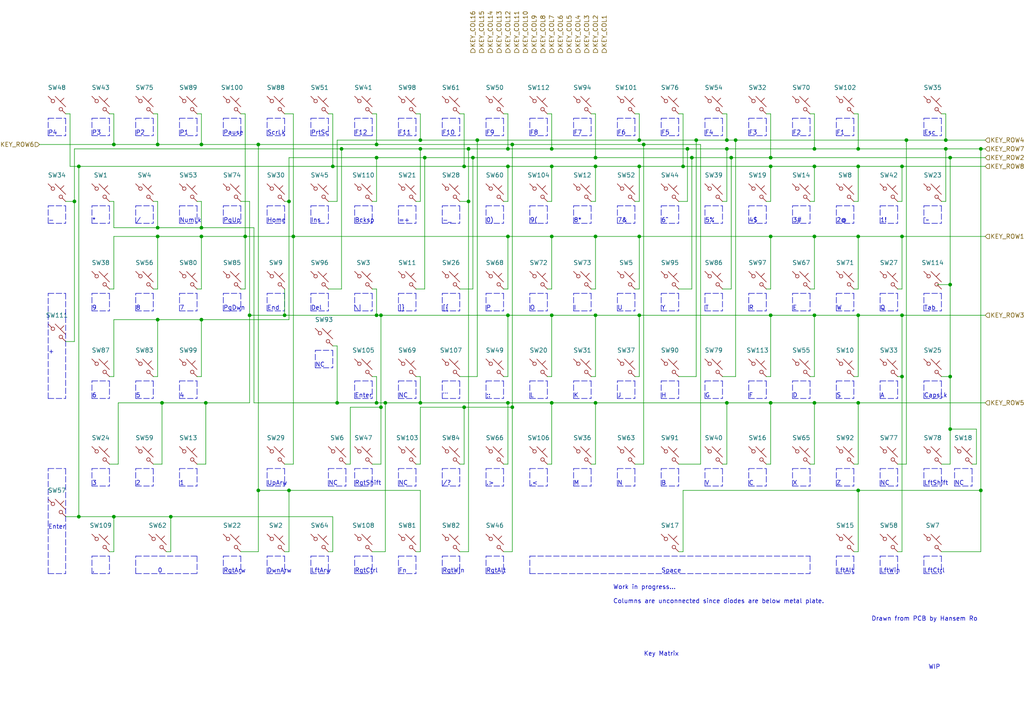
<source format=kicad_sch>
(kicad_sch (version 20211123) (generator eeschema)
  (paper "A4")
  (junction (at 236.22 68.58))
  (junction (at 46.99 116.84))
  (junction (at 135.89 43.18))
  (junction (at 123.19 45.72))
  (junction (at 248.92 116.84))
  (junction (at 85.09 68.58))
  (junction (at 110.49 118.11))
  (junction (at 210.82 43.18))
  (junction (at 185.42 68.58))
  (junction (at 223.52 48.26))
  (junction (at 58.42 66.04))
  (junction (at 212.09 45.72))
  (junction (at 137.16 45.72))
  (junction (at 261.62 91.44))
  (junction (at 223.52 116.84))
  (junction (at 160.02 68.58))
  (junction (at 284.48 142.24))
  (junction (at 172.72 116.84))
  (junction (at 284.48 43.18))
  (junction (at 160.02 43.18))
  (junction (at 134.62 118.11))
  (junction (at 138.43 40.64))
  (junction (at 147.32 116.84))
  (junction (at 110.49 91.44))
  (junction (at 248.92 43.18))
  (junction (at 210.82 116.84))
  (junction (at 147.32 48.26))
  (junction (at 97.79 116.84))
  (junction (at 172.72 45.72))
  (junction (at 210.82 40.64))
  (junction (at 58.42 92.71))
  (junction (at 262.89 40.64))
  (junction (at 58.42 68.58))
  (junction (at 135.89 58.42))
  (junction (at 275.59 124.46))
  (junction (at 134.62 48.26))
  (junction (at 248.92 48.26))
  (junction (at 99.06 43.18))
  (junction (at 74.93 142.24))
  (junction (at 261.62 48.26))
  (junction (at 185.42 48.26))
  (junction (at 275.59 82.55))
  (junction (at 49.53 149.86))
  (junction (at 275.59 45.72))
  (junction (at 274.32 40.64))
  (junction (at 236.22 91.44))
  (junction (at 83.82 58.42))
  (junction (at 121.92 43.18))
  (junction (at 201.93 40.64))
  (junction (at 111.76 116.84))
  (junction (at 72.39 91.44))
  (junction (at 236.22 48.26))
  (junction (at 223.52 91.44))
  (junction (at 236.22 116.84))
  (junction (at 248.92 68.58))
  (junction (at 33.02 41.91))
  (junction (at 275.59 109.22))
  (junction (at 172.72 91.44))
  (junction (at 185.42 91.44))
  (junction (at 45.72 66.04))
  (junction (at 83.82 142.24))
  (junction (at 45.72 41.91))
  (junction (at 22.86 48.26))
  (junction (at 248.92 91.44))
  (junction (at 248.92 142.24))
  (junction (at 147.32 43.18))
  (junction (at 186.69 41.91))
  (junction (at 223.52 45.72))
  (junction (at 33.02 149.86))
  (junction (at 274.32 43.18))
  (junction (at 261.62 68.58))
  (junction (at 71.12 68.58))
  (junction (at 21.59 58.42))
  (junction (at 121.92 116.84))
  (junction (at 45.72 68.58))
  (junction (at 109.22 41.91))
  (junction (at 109.22 45.72))
  (junction (at 148.59 41.91))
  (junction (at 261.62 109.22))
  (junction (at 172.72 68.58))
  (junction (at 82.55 91.44))
  (junction (at 160.02 116.84))
  (junction (at 213.36 40.64))
  (junction (at 22.86 149.86))
  (junction (at 45.72 92.71))
  (junction (at 59.69 116.84))
  (junction (at 147.32 91.44))
  (junction (at 200.66 45.72))
  (junction (at 172.72 48.26))
  (junction (at 109.22 116.84))
  (junction (at 58.42 41.91))
  (junction (at 223.52 68.58))
  (junction (at 147.32 68.58))
  (junction (at 198.12 48.26))
  (junction (at 109.22 91.44))
  (junction (at 236.22 43.18))
  (junction (at 185.42 40.64))
  (junction (at 160.02 48.26))
  (junction (at 74.93 41.91))
  (junction (at 148.59 118.11))
  (junction (at 160.02 91.44))
  (junction (at 96.52 48.26))
  (junction (at 199.39 43.18))
  (junction (at 121.92 40.64))
  (wire (pts (xy 73.66 116.84) (xy 97.79 116.84)))
  (polyline (pts (xy 64.77 34.29) (xy 69.85 34.29)))
  (wire (pts (xy 19.05 33.02) (xy 20.32 33.02)))
  (polyline (pts (xy 26.67 140.97) (xy 26.67 135.89)))
  (polyline (pts (xy 153.67 90.17) (xy 153.67 85.09)))
  (wire (pts (xy 222.25 134.62) (xy 223.52 134.62)))
  (polyline (pts (xy 204.47 110.49) (xy 209.55 110.49)))
  (polyline (pts (xy 273.05 135.89) (xy 273.05 140.97)))
  (wire (pts (xy 134.62 118.11) (xy 134.62 134.62)))
  (wire (pts (xy 101.6 118.11) (xy 110.49 118.11)))
  (wire (pts (xy 234.95 134.62) (xy 236.22 134.62)))
  (polyline (pts (xy 77.47 64.77) (xy 77.47 59.69)))
  (wire (pts (xy 121.92 43.18) (xy 99.06 43.18)))
  (polyline (pts (xy 153.67 59.69) (xy 158.75 59.69)))
  (wire (pts (xy 135.89 160.02) (xy 133.35 160.02)))
  (wire (pts (xy 44.45 58.42) (xy 45.72 58.42)))
  (polyline (pts (xy 77.47 39.37) (xy 77.47 34.29)))
  (wire (pts (xy 58.42 41.91) (xy 45.72 41.91)))
  (polyline (pts (xy 204.47 90.17) (xy 209.55 90.17)))
  (wire (pts (xy 148.59 41.91) (xy 186.69 41.91)))
  (wire (pts (xy 121.92 160.02) (xy 120.65 160.02)))
  (polyline (pts (xy 179.07 90.17) (xy 184.15 90.17)))
  (polyline (pts (xy 52.07 140.97) (xy 52.07 135.89)))
  (polyline (pts (xy 260.35 135.89) (xy 260.35 140.97)))
  (polyline (pts (xy 57.15 110.49) (xy 57.15 115.57)))
  (polyline (pts (xy 217.17 90.17) (xy 217.17 85.09)))
  (wire (pts (xy 109.22 41.91) (xy 74.93 41.91)))
  (polyline (pts (xy 191.77 59.69) (xy 196.85 59.69)))
  (polyline (pts (xy 166.37 64.77) (xy 166.37 59.69)))
  (polyline (pts (xy 217.17 90.17) (xy 222.25 90.17)))
  (polyline (pts (xy 140.97 59.69) (xy 146.05 59.69)))
  (polyline (pts (xy 64.77 90.17) (xy 69.85 90.17)))
  (polyline (pts (xy 115.57 59.69) (xy 120.65 59.69)))
  (wire (pts (xy 22.86 149.86) (xy 19.05 149.86)))
  (polyline (pts (xy 120.65 85.09) (xy 120.65 90.17)))
  (wire (pts (xy 185.42 68.58) (xy 223.52 68.58)))
  (wire (pts (xy 261.62 48.26) (xy 261.62 58.42)))
  (polyline (pts (xy 209.55 34.29) (xy 209.55 39.37)))
  (polyline (pts (xy 229.87 59.69) (xy 234.95 59.69)))
  (polyline (pts (xy 26.67 90.17) (xy 31.75 90.17)))
  (polyline (pts (xy 128.27 59.69) (xy 133.35 59.69)))
  (wire (pts (xy 138.43 109.22) (xy 138.43 40.64)))
  (polyline (pts (xy 26.67 34.29) (xy 31.75 34.29)))
  (wire (pts (xy 147.32 91.44) (xy 160.02 91.44)))
  (wire (pts (xy 172.72 45.72) (xy 200.66 45.72)))
  (polyline (pts (xy 52.07 34.29) (xy 57.15 34.29)))
  (polyline (pts (xy 209.55 59.69) (xy 209.55 64.77)))
  (polyline (pts (xy 153.67 85.09) (xy 158.75 85.09)))
  (polyline (pts (xy 91.44 106.68) (xy 91.44 101.6)))
  (polyline (pts (xy 267.97 166.37) (xy 273.05 166.37)))
  (wire (pts (xy 83.82 58.42) (xy 83.82 92.71)))
  (wire (pts (xy 110.49 118.11) (xy 110.49 91.44)))
  (wire (pts (xy 236.22 33.02) (xy 236.22 43.18)))
  (wire (pts (xy 261.62 68.58) (xy 261.62 83.82)))
  (wire (pts (xy 31.75 83.82) (xy 33.02 83.82)))
  (polyline (pts (xy 13.97 39.37) (xy 13.97 34.29)))
  (wire (pts (xy 74.93 160.02) (xy 69.85 160.02)))
  (wire (pts (xy 101.6 134.62) (xy 101.6 118.11)))
  (polyline (pts (xy 57.15 34.29) (xy 57.15 39.37)))
  (wire (pts (xy 109.22 33.02) (xy 109.22 41.91)))
  (wire (pts (xy 33.02 149.86) (xy 49.53 149.86)))
  (wire (pts (xy 172.72 45.72) (xy 137.16 45.72)))
  (wire (pts (xy 82.55 33.02) (xy 85.09 33.02)))
  (wire (pts (xy 85.09 33.02) (xy 85.09 68.58)))
  (polyline (pts (xy 39.37 90.17) (xy 44.45 90.17)))
  (polyline (pts (xy 153.67 140.97) (xy 158.75 140.97)))
  (polyline (pts (xy 57.15 161.29) (xy 57.15 166.37)))
  (polyline (pts (xy 13.97 59.69) (xy 19.05 59.69)))
  (polyline (pts (xy 102.87 110.49) (xy 107.95 110.49)))
  (wire (pts (xy 45.72 33.02) (xy 45.72 41.91)))
  (polyline (pts (xy 102.87 64.77) (xy 102.87 59.69)))
  (wire (pts (xy 33.02 33.02) (xy 33.02 41.91)))
  (polyline (pts (xy 229.87 64.77) (xy 229.87 59.69)))
  (wire (pts (xy 185.42 91.44) (xy 223.52 91.44)))
  (polyline (pts (xy 267.97 90.17) (xy 273.05 90.17)))
  (polyline (pts (xy 82.55 85.09) (xy 82.55 90.17)))
  (wire (pts (xy 73.66 66.04) (xy 73.66 116.84)))
  (wire (pts (xy 109.22 116.84) (xy 111.76 116.84)))
  (polyline (pts (xy 128.27 64.77) (xy 128.27 59.69)))
  (polyline (pts (xy 179.07 59.69) (xy 184.15 59.69)))
  (polyline (pts (xy 44.45 110.49) (xy 44.45 115.57)))
  (wire (pts (xy 109.22 58.42) (xy 107.95 58.42)))
  (wire (pts (xy 200.66 45.72) (xy 212.09 45.72)))
  (polyline (pts (xy 77.47 161.29) (xy 82.55 161.29)))
  (wire (pts (xy 82.55 134.62) (xy 85.09 134.62)))
  (wire (pts (xy 120.65 134.62) (xy 121.92 134.62)))
  (wire (pts (xy 147.32 116.84) (xy 160.02 116.84)))
  (wire (pts (xy 248.92 134.62) (xy 247.65 134.62)))
  (wire (pts (xy 234.95 58.42) (xy 236.22 58.42)))
  (polyline (pts (xy 77.47 166.37) (xy 77.47 161.29)))
  (wire (pts (xy 223.52 68.58) (xy 236.22 68.58)))
  (polyline (pts (xy 158.75 110.49) (xy 158.75 115.57)))
  (polyline (pts (xy 242.57 110.49) (xy 247.65 110.49)))
  (wire (pts (xy 247.65 109.22) (xy 248.92 109.22)))
  (polyline (pts (xy 171.45 59.69) (xy 171.45 64.77)))
  (wire (pts (xy 158.75 134.62) (xy 160.02 134.62)))
  (wire (pts (xy 57.15 33.02) (xy 58.42 33.02)))
  (wire (pts (xy 134.62 118.11) (xy 148.59 118.11)))
  (polyline (pts (xy 102.87 115.57) (xy 107.95 115.57)))
  (wire (pts (xy 97.79 116.84) (xy 109.22 116.84)))
  (wire (pts (xy 186.69 41.91) (xy 203.2 41.91)))
  (polyline (pts (xy 204.47 64.77) (xy 209.55 64.77)))
  (polyline (pts (xy 166.37 115.57) (xy 171.45 115.57)))
  (polyline (pts (xy 64.77 64.77) (xy 64.77 59.69)))
  (wire (pts (xy 59.69 116.84) (xy 46.99 116.84)))
  (polyline (pts (xy 273.05 85.09) (xy 273.05 90.17)))
  (polyline (pts (xy 217.17 140.97) (xy 222.25 140.97)))
  (wire (pts (xy 160.02 58.42) (xy 160.02 48.26)))
  (polyline (pts (xy 166.37 135.89) (xy 171.45 135.89)))
  (wire (pts (xy 184.15 58.42) (xy 185.42 58.42)))
  (polyline (pts (xy 102.87 59.69) (xy 107.95 59.69)))
  (polyline (pts (xy 13.97 64.77) (xy 19.05 64.77)))
  (polyline (pts (xy 166.37 85.09) (xy 171.45 85.09)))
  (polyline (pts (xy 102.87 90.17) (xy 102.87 85.09)))
  (polyline (pts (xy 179.07 64.77) (xy 179.07 59.69)))
  (wire (pts (xy 109.22 83.82) (xy 109.22 91.44)))
  (polyline (pts (xy 102.87 161.29) (xy 107.95 161.29)))
  (polyline (pts (xy 115.57 85.09) (xy 120.65 85.09)))
  (wire (pts (xy 148.59 41.91) (xy 148.59 118.11)))
  (wire (pts (xy 57.15 109.22) (xy 58.42 109.22)))
  (polyline (pts (xy 52.07 39.37) (xy 57.15 39.37)))
  (polyline (pts (xy 90.17 34.29) (xy 95.25 34.29)))
  (wire (pts (xy 260.35 58.42) (xy 261.62 58.42)))
  (polyline (pts (xy 153.67 39.37) (xy 153.67 34.29)))
  (polyline (pts (xy 90.17 59.69) (xy 95.25 59.69)))
  (wire (pts (xy 133.35 109.22) (xy 138.43 109.22)))
  (polyline (pts (xy 39.37 110.49) (xy 44.45 110.49)))
  (wire (pts (xy 83.82 160.02) (xy 83.82 142.24)))
  (wire (pts (xy 58.42 66.04) (xy 73.66 66.04)))
  (polyline (pts (xy 107.95 135.89) (xy 107.95 140.97)))
  (wire (pts (xy 83.82 92.71) (xy 58.42 92.71)))
  (polyline (pts (xy 242.57 115.57) (xy 242.57 110.49)))
  (polyline (pts (xy 273.05 161.29) (xy 273.05 166.37)))
  (polyline (pts (xy 39.37 64.77) (xy 39.37 59.69)))
  (polyline (pts (xy 166.37 64.77) (xy 171.45 64.77)))
  (wire (pts (xy 274.32 43.18) (xy 274.32 58.42)))
  (polyline (pts (xy 255.27 140.97) (xy 260.35 140.97)))
  (polyline (pts (xy 39.37 64.77) (xy 44.45 64.77)))
  (polyline (pts (xy 242.57 166.37) (xy 242.57 161.29)))
  (polyline (pts (xy 115.57 64.77) (xy 115.57 59.69)))
  (wire (pts (xy 99.06 43.18) (xy 21.59 43.18)))
  (polyline (pts (xy 26.67 39.37) (xy 31.75 39.37)))
  (wire (pts (xy 201.93 40.64) (xy 210.82 40.64)))
  (polyline (pts (xy 102.87 166.37) (xy 102.87 161.29)))
  (wire (pts (xy 137.16 83.82) (xy 137.16 45.72)))
  (polyline (pts (xy 179.07 90.17) (xy 179.07 85.09)))
  (wire (pts (xy 236.22 43.18) (xy 248.92 43.18)))
  (polyline (pts (xy 39.37 115.57) (xy 39.37 110.49)))
  (wire (pts (xy 58.42 92.71) (xy 58.42 109.22)))
  (wire (pts (xy 22.86 48.26) (xy 22.86 149.86)))
  (wire (pts (xy 274.32 40.64) (xy 285.75 40.64)))
  (wire (pts (xy 72.39 58.42) (xy 72.39 91.44)))
  (polyline (pts (xy 52.07 59.69) (xy 57.15 59.69)))
  (polyline (pts (xy 204.47 34.29) (xy 209.55 34.29)))
  (polyline (pts (xy 115.57 39.37) (xy 115.57 34.29)))
  (polyline (pts (xy 52.07 39.37) (xy 52.07 34.29)))
  (polyline (pts (xy 128.27 64.77) (xy 133.35 64.77)))
  (wire (pts (xy 121.92 109.22) (xy 120.65 109.22)))
  (wire (pts (xy 160.02 68.58) (xy 172.72 68.58)))
  (wire (pts (xy 146.05 58.42) (xy 147.32 58.42)))
  (polyline (pts (xy 242.57 59.69) (xy 247.65 59.69)))
  (polyline (pts (xy 158.75 34.29) (xy 158.75 39.37)))
  (wire (pts (xy 107.95 109.22) (xy 109.22 109.22)))
  (wire (pts (xy 121.92 116.84) (xy 121.92 109.22)))
  (polyline (pts (xy 179.07 140.97) (xy 184.15 140.97)))
  (wire (pts (xy 123.19 83.82) (xy 123.19 45.72)))
  (wire (pts (xy 69.85 58.42) (xy 72.39 58.42)))
  (polyline (pts (xy 90.17 64.77) (xy 95.25 64.77)))
  (polyline (pts (xy 153.67 110.49) (xy 158.75 110.49)))
  (polyline (pts (xy 77.47 39.37) (xy 82.55 39.37)))
  (polyline (pts (xy 95.25 59.69) (xy 95.25 64.77)))
  (polyline (pts (xy 229.87 85.09) (xy 234.95 85.09)))
  (wire (pts (xy 283.21 124.46) (xy 283.21 134.62)))
  (wire (pts (xy 83.82 142.24) (xy 121.92 142.24)))
  (wire (pts (xy 261.62 109.22) (xy 261.62 91.44)))
  (polyline (pts (xy 128.27 135.89) (xy 133.35 135.89)))
  (polyline (pts (xy 13.97 115.57) (xy 19.05 115.57)))
  (wire (pts (xy 71.12 33.02) (xy 71.12 68.58)))
  (polyline (pts (xy 90.17 166.37) (xy 90.17 161.29)))
  (polyline (pts (xy 39.37 90.17) (xy 39.37 85.09)))
  (wire (pts (xy 196.85 160.02) (xy 198.12 160.02)))
  (polyline (pts (xy 242.57 90.17) (xy 247.65 90.17)))
  (polyline (pts (xy 267.97 135.89) (xy 273.05 135.89)))
  (polyline (pts (xy 44.45 34.29) (xy 44.45 39.37)))
  (wire (pts (xy 57.15 83.82) (xy 58.42 83.82)))
  (polyline (pts (xy 13.97 135.89) (xy 19.05 135.89)))
  (wire (pts (xy 171.45 58.42) (xy 172.72 58.42)))
  (wire (pts (xy 74.93 142.24) (xy 83.82 142.24)))
  (wire (pts (xy 107.95 83.82) (xy 109.22 83.82)))
  (wire (pts (xy 210.82 43.18) (xy 210.82 58.42)))
  (wire (pts (xy 109.22 45.72) (xy 83.82 45.72)))
  (polyline (pts (xy 39.37 166.37) (xy 57.15 166.37)))
  (polyline (pts (xy 133.35 59.69) (xy 133.35 64.77)))
  (polyline (pts (xy 140.97 90.17) (xy 146.05 90.17)))
  (wire (pts (xy 200.66 83.82) (xy 200.66 45.72)))
  (polyline (pts (xy 13.97 85.09) (xy 19.05 85.09)))
  (polyline (pts (xy 82.55 135.89) (xy 82.55 140.97)))
  (wire (pts (xy 160.02 33.02) (xy 160.02 43.18)))
  (wire (pts (xy 147.32 91.44) (xy 147.32 109.22)))
  (wire (pts (xy 147.32 134.62) (xy 147.32 116.84)))
  (polyline (pts (xy 229.87 64.77) (xy 234.95 64.77)))
  (polyline (pts (xy 95.25 85.09) (xy 95.25 90.17)))
  (polyline (pts (xy 273.05 34.29) (xy 273.05 39.37)))
  (wire (pts (xy 210.82 33.02) (xy 210.82 40.64)))
  (polyline (pts (xy 64.77 166.37) (xy 64.77 161.29)))
  (wire (pts (xy 148.59 118.11) (xy 148.59 160.02)))
  (polyline (pts (xy 166.37 39.37) (xy 171.45 39.37)))
  (polyline (pts (xy 120.65 34.29) (xy 120.65 39.37)))
  (polyline (pts (xy 91.44 101.6) (xy 96.52 101.6)))
  (wire (pts (xy 223.52 83.82) (xy 223.52 68.58)))
  (wire (pts (xy 33.02 92.71) (xy 33.02 109.22)))
  (wire (pts (xy 110.49 91.44) (xy 147.32 91.44)))
  (polyline (pts (xy 242.57 115.57) (xy 247.65 115.57)))
  (wire (pts (xy 74.93 41.91) (xy 58.42 41.91)))
  (wire (pts (xy 212.09 45.72) (xy 223.52 45.72)))
  (wire (pts (xy 248.92 142.24) (xy 284.48 142.24)))
  (polyline (pts (xy 204.47 115.57) (xy 209.55 115.57)))
  (polyline (pts (xy 102.87 140.97) (xy 107.95 140.97)))
  (wire (pts (xy 223.52 116.84) (xy 223.52 134.62)))
  (polyline (pts (xy 267.97 64.77) (xy 267.97 59.69)))
  (polyline (pts (xy 222.25 135.89) (xy 222.25 140.97)))
  (wire (pts (xy 49.53 149.86) (xy 96.52 149.86)))
  (polyline (pts (xy 217.17 39.37) (xy 222.25 39.37)))
  (wire (pts (xy 172.72 33.02) (xy 172.72 45.72)))
  (polyline (pts (xy 153.67 166.37) (xy 234.95 166.37)))
  (polyline (pts (xy 115.57 135.89) (xy 120.65 135.89)))
  (wire (pts (xy 147.32 83.82) (xy 147.32 68.58)))
  (polyline (pts (xy 196.85 34.29) (xy 196.85 39.37)))
  (wire (pts (xy 275.59 124.46) (xy 283.21 124.46)))
  (wire (pts (xy 20.32 48.26) (xy 22.86 48.26)))
  (wire (pts (xy 95.25 58.42) (xy 97.79 58.42)))
  (wire (pts (xy 160.02 91.44) (xy 172.72 91.44)))
  (polyline (pts (xy 95.25 140.97) (xy 95.25 135.89)))
  (polyline (pts (xy 179.07 39.37) (xy 184.15 39.37)))
  (polyline (pts (xy 229.87 140.97) (xy 234.95 140.97)))
  (wire (pts (xy 82.55 83.82) (xy 82.55 91.44)))
  (polyline (pts (xy 128.27 85.09) (xy 133.35 85.09)))
  (wire (pts (xy 198.12 48.26) (xy 223.52 48.26)))
  (wire (pts (xy 111.76 116.84) (xy 121.92 116.84)))
  (wire (pts (xy 236.22 116.84) (xy 236.22 134.62)))
  (wire (pts (xy 261.62 48.26) (xy 285.75 48.26)))
  (polyline (pts (xy 255.27 64.77) (xy 255.27 59.69)))
  (wire (pts (xy 184.15 33.02) (xy 185.42 33.02)))
  (polyline (pts (xy 19.05 85.09) (xy 19.05 115.57)))
  (polyline (pts (xy 267.97 85.09) (xy 273.05 85.09)))
  (polyline (pts (xy 267.97 115.57) (xy 273.05 115.57)))
  (polyline (pts (xy 82.55 59.69) (xy 82.55 64.77)))
  (polyline (pts (xy 31.75 59.69) (xy 31.75 64.77)))
  (polyline (pts (xy 255.27 135.89) (xy 260.35 135.89)))
  (wire (pts (xy 236.22 83.82) (xy 236.22 68.58)))
  (polyline (pts (xy 133.35 161.29) (xy 133.35 166.37)))
  (wire (pts (xy 71.12 83.82) (xy 69.85 83.82)))
  (wire (pts (xy 72.39 116.84) (xy 59.69 116.84)))
  (polyline (pts (xy 242.57 140.97) (xy 242.57 135.89)))
  (polyline (pts (xy 171.45 110.49) (xy 171.45 115.57)))
  (polyline (pts (xy 247.65 34.29) (xy 247.65 39.37)))
  (wire (pts (xy 99.06 83.82) (xy 99.06 43.18)))
  (polyline (pts (xy 26.67 64.77) (xy 26.67 59.69)))
  (wire (pts (xy 120.65 58.42) (xy 121.92 58.42)))
  (wire (pts (xy 186.69 134.62) (xy 184.15 134.62)))
  (wire (pts (xy 172.72 48.26) (xy 160.02 48.26)))
  (polyline (pts (xy 242.57 135.89) (xy 247.65 135.89)))
  (wire (pts (xy 82.55 91.44) (xy 109.22 91.44)))
  (polyline (pts (xy 255.27 85.09) (xy 260.35 85.09)))
  (wire (pts (xy 45.72 92.71) (xy 33.02 92.71)))
  (polyline (pts (xy 140.97 166.37) (xy 140.97 161.29)))
  (polyline (pts (xy 217.17 39.37) (xy 217.17 34.29)))
  (polyline (pts (xy 146.05 85.09) (xy 146.05 90.17)))
  (polyline (pts (xy 140.97 85.09) (xy 146.05 85.09)))
  (wire (pts (xy 260.35 134.62) (xy 262.89 134.62)))
  (wire (pts (xy 209.55 134.62) (xy 210.82 134.62)))
  (polyline (pts (xy 255.27 161.29) (xy 260.35 161.29)))
  (wire (pts (xy 198.12 142.24) (xy 248.92 142.24)))
  (wire (pts (xy 247.65 58.42) (xy 248.92 58.42)))
  (polyline (pts (xy 102.87 140.97) (xy 102.87 135.89)))
  (polyline (pts (xy 102.87 115.57) (xy 102.87 110.49)))
  (wire (pts (xy 45.72 83.82) (xy 45.72 68.58)))
  (polyline (pts (xy 229.87 39.37) (xy 229.87 34.29)))
  (polyline (pts (xy 166.37 110.49) (xy 171.45 110.49)))
  (wire (pts (xy 49.53 149.86) (xy 49.53 160.02)))
  (wire (pts (xy 172.72 83.82) (xy 172.72 68.58)))
  (polyline (pts (xy 204.47 64.77) (xy 204.47 59.69)))
  (polyline (pts (xy 273.05 59.69) (xy 273.05 64.77)))
  (wire (pts (xy 185.42 48.26) (xy 172.72 48.26)))
  (wire (pts (xy 196.85 33.02) (xy 198.12 33.02)))
  (wire (pts (xy 147.32 58.42) (xy 147.32 48.26)))
  (polyline (pts (xy 13.97 34.29) (xy 19.05 34.29)))
  (polyline (pts (xy 204.47 140.97) (xy 209.55 140.97)))
  (polyline (pts (xy 52.07 115.57) (xy 52.07 110.49)))
  (polyline (pts (xy 217.17 59.69) (xy 222.25 59.69)))
  (wire (pts (xy 121.92 40.64) (xy 138.43 40.64)))
  (polyline (pts (xy 204.47 90.17) (xy 204.47 85.09)))
  (polyline (pts (xy 140.97 39.37) (xy 146.05 39.37)))
  (wire (pts (xy 275.59 82.55) (xy 275.59 45.72)))
  (polyline (pts (xy 52.07 135.89) (xy 57.15 135.89)))
  (polyline (pts (xy 77.47 59.69) (xy 82.55 59.69)))
  (polyline (pts (xy 217.17 140.97) (xy 217.17 135.89)))
  (wire (pts (xy 274.32 58.42) (xy 273.05 58.42)))
  (wire (pts (xy 97.79 40.64) (xy 121.92 40.64)))
  (polyline (pts (xy 13.97 64.77) (xy 13.97 59.69)))
  (wire (pts (xy 121.92 142.24) (xy 121.92 160.02)))
  (polyline (pts (xy 242.57 64.77) (xy 247.65 64.77)))
  (wire (pts (xy 158.75 83.82) (xy 160.02 83.82)))
  (polyline (pts (xy 19.05 59.69) (xy 19.05 64.77)))
  (polyline (pts (xy 52.07 85.09) (xy 57.15 85.09)))
  (polyline (pts (xy 52.07 90.17) (xy 52.07 85.09)))
  (polyline (pts (xy 191.77 90.17) (xy 191.77 85.09)))
  (polyline (pts (xy 229.87 115.57) (xy 234.95 115.57)))
  (wire (pts (xy 44.45 33.02) (xy 45.72 33.02)))
  (wire (pts (xy 21.59 99.06) (xy 19.05 99.06)))
  (polyline (pts (xy 166.37 140.97) (xy 171.45 140.97)))
  (polyline (pts (xy 234.95 85.09) (xy 234.95 90.17)))
  (wire (pts (xy 262.89 40.64) (xy 274.32 40.64)))
  (wire (pts (xy 283.21 134.62) (xy 281.94 134.62)))
  (polyline (pts (xy 191.77 110.49) (xy 196.85 110.49)))
  (wire (pts (xy 44.45 134.62) (xy 46.99 134.62)))
  (polyline (pts (xy 242.57 140.97) (xy 247.65 140.97)))
  (polyline (pts (xy 26.67 140.97) (xy 31.75 140.97)))
  (polyline (pts (xy 120.65 110.49) (xy 120.65 115.57)))
  (polyline (pts (xy 255.27 166.37) (xy 260.35 166.37)))
  (wire (pts (xy 147.32 33.02) (xy 147.32 43.18)))
  (polyline (pts (xy 107.95 110.49) (xy 107.95 115.57)))
  (polyline (pts (xy 26.67 115.57) (xy 26.67 110.49)))
  (wire (pts (xy 171.45 134.62) (xy 172.72 134.62)))
  (polyline (pts (xy 52.07 90.17) (xy 57.15 90.17)))
  (wire (pts (xy 248.92 48.26) (xy 261.62 48.26)))
  (polyline (pts (xy 247.65 110.49) (xy 247.65 115.57)))
  (polyline (pts (xy 229.87 39.37) (xy 234.95 39.37)))
  (wire (pts (xy 11.43 41.91) (xy 33.02 41.91)))
  (polyline (pts (xy 39.37 166.37) (xy 39.37 161.29)))
  (polyline (pts (xy 273.05 110.49) (xy 273.05 115.57)))
  (polyline (pts (xy 184.15 135.89) (xy 184.15 140.97)))
  (polyline (pts (xy 140.97 64.77) (xy 146.05 64.77)))
  (polyline (pts (xy 26.67 90.17) (xy 26.67 85.09)))
  (polyline (pts (xy 146.05 110.49) (xy 146.05 115.57)))
  (polyline (pts (xy 140.97 39.37) (xy 140.97 34.29)))
  (wire (pts (xy 236.22 58.42) (xy 236.22 48.26)))
  (polyline (pts (xy 128.27 161.29) (xy 133.35 161.29)))
  (wire (pts (xy 236.22 91.44) (xy 248.92 91.44)))
  (wire (pts (xy 58.42 92.71) (xy 45.72 92.71)))
  (wire (pts (xy 185.42 33.02) (xy 185.42 40.64)))
  (wire (pts (xy 185.42 58.42) (xy 185.42 48.26)))
  (wire (pts (xy 74.93 142.24) (xy 74.93 160.02)))
  (polyline (pts (xy 64.77 161.29) (xy 69.85 161.29)))
  (wire (pts (xy 248.92 91.44) (xy 248.92 109.22)))
  (wire (pts (xy 199.39 58.42) (xy 199.39 43.18)))
  (polyline (pts (xy 204.47 39.37) (xy 204.47 34.29)))
  (polyline (pts (xy 153.67 135.89) (xy 158.75 135.89)))
  (wire (pts (xy 107.95 134.62) (xy 110.49 134.62)))
  (polyline (pts (xy 153.67 64.77) (xy 158.75 64.77)))
  (polyline (pts (xy 267.97 90.17) (xy 267.97 85.09)))
  (polyline (pts (xy 209.55 135.89) (xy 209.55 140.97)))
  (polyline (pts (xy 39.37 59.69) (xy 44.45 59.69)))
  (wire (pts (xy 236.22 109.22) (xy 236.22 91.44)))
  (polyline (pts (xy 146.05 34.29) (xy 146.05 39.37)))
  (wire (pts (xy 44.45 83.82) (xy 45.72 83.82)))
  (polyline (pts (xy 133.35 34.29) (xy 133.35 39.37)))
  (polyline (pts (xy 196.85 59.69) (xy 196.85 64.77)))
  (polyline (pts (xy 260.35 85.09) (xy 260.35 90.17)))
  (polyline (pts (xy 140.97 64.77) (xy 140.97 59.69)))
  (polyline (pts (xy 115.57 115.57) (xy 120.65 115.57)))
  (polyline (pts (xy 204.47 135.89) (xy 209.55 135.89)))
  (wire (pts (xy 147.32 43.18) (xy 135.89 43.18)))
  (polyline (pts (xy 90.17 39.37) (xy 95.25 39.37)))
  (wire (pts (xy 58.42 68.58) (xy 71.12 68.58)))
  (polyline (pts (xy 140.97 135.89) (xy 146.05 135.89)))
  (polyline (pts (xy 91.44 106.68) (xy 96.52 106.68)))
  (polyline (pts (xy 153.67 115.57) (xy 158.75 115.57)))
  (wire (pts (xy 285.75 68.58) (xy 261.62 68.58)))
  (wire (pts (xy 45.72 68.58) (xy 58.42 68.58)))
  (wire (pts (xy 210.82 40.64) (xy 213.36 40.64)))
  (polyline (pts (xy 191.77 64.77) (xy 191.77 59.69)))
  (polyline (pts (xy 102.87 85.09) (xy 107.95 85.09)))
  (wire (pts (xy 248.92 43.18) (xy 274.32 43.18)))
  (polyline (pts (xy 90.17 166.37) (xy 95.25 166.37)))
  (polyline (pts (xy 158.75 85.09) (xy 158.75 90.17)))
  (wire (pts (xy 284.48 142.24) (xy 284.48 160.02)))
  (polyline (pts (xy 217.17 85.09) (xy 222.25 85.09)))
  (polyline (pts (xy 153.67 64.77) (xy 153.67 59.69)))
  (polyline (pts (xy 115.57 64.77) (xy 120.65 64.77)))
  (wire (pts (xy 135.89 43.18) (xy 121.92 43.18)))
  (wire (pts (xy 212.09 45.72) (xy 212.09 83.82)))
  (polyline (pts (xy 153.67 115.57) (xy 153.67 110.49)))
  (wire (pts (xy 275.59 134.62) (xy 273.05 134.62)))
  (wire (pts (xy 223.52 116.84) (xy 236.22 116.84)))
  (polyline (pts (xy 31.75 34.29) (xy 31.75 39.37)))
  (polyline (pts (xy 204.47 140.97) (xy 204.47 135.89)))
  (wire (pts (xy 135.89 58.42) (xy 135.89 160.02)))
  (wire (pts (xy 275.59 82.55) (xy 275.59 109.22)))
  (polyline (pts (xy 128.27 39.37) (xy 133.35 39.37)))
  (wire (pts (xy 31.75 109.22) (xy 33.02 109.22)))
  (wire (pts (xy 172.72 58.42) (xy 172.72 48.26)))
  (polyline (pts (xy 77.47 64.77) (xy 82.55 64.77)))
  (polyline (pts (xy 191.77 135.89) (xy 196.85 135.89)))
  (polyline (pts (xy 191.77 34.29) (xy 196.85 34.29)))
  (wire (pts (xy 273.05 33.02) (xy 274.32 33.02)))
  (polyline (pts (xy 102.87 166.37) (xy 107.95 166.37)))
  (polyline (pts (xy 90.17 85.09) (xy 95.25 85.09)))
  (wire (pts (xy 248.92 58.42) (xy 248.92 48.26)))
  (wire (pts (xy 222.25 83.82) (xy 223.52 83.82)))
  (wire (pts (xy 284.48 43.18) (xy 285.75 43.18)))
  (wire (pts (xy 146.05 33.02) (xy 147.32 33.02)))
  (polyline (pts (xy 13.97 166.37) (xy 19.05 166.37)))
  (polyline (pts (xy 128.27 115.57) (xy 128.27 110.49)))
  (polyline (pts (xy 107.95 39.37) (xy 106.68 39.37)))
  (polyline (pts (xy 115.57 34.29) (xy 120.65 34.29)))
  (polyline (pts (xy 247.65 59.69) (xy 247.65 64.77)))
  (wire (pts (xy 34.29 116.84) (xy 34.29 134.62)))
  (polyline (pts (xy 140.97 90.17) (xy 140.97 85.09)))
  (polyline (pts (xy 26.67 161.29) (xy 31.75 161.29)))
  (wire (pts (xy 19.05 58.42) (xy 21.59 58.42)))
  (wire (pts (xy 210.82 116.84) (xy 223.52 116.84)))
  (polyline (pts (xy 260.35 110.49) (xy 260.35 115.57)))
  (polyline (pts (xy 171.45 85.09) (xy 171.45 90.17)))
  (polyline (pts (xy 191.77 140.97) (xy 191.77 135.89)))
  (wire (pts (xy 96.52 48.26) (xy 134.62 48.26)))
  (wire (pts (xy 285.75 116.84) (xy 248.92 116.84)))
  (polyline (pts (xy 90.17 64.77) (xy 90.17 59.69)))
  (polyline (pts (xy 281.94 135.89) (xy 281.94 140.97)))
  (polyline (pts (xy 82.55 161.29) (xy 82.55 166.37)))
  (polyline (pts (xy 222.25 59.69) (xy 222.25 64.77)))
  (wire (pts (xy 133.35 83.82) (xy 137.16 83.82)))
  (polyline (pts (xy 90.17 161.29) (xy 95.25 161.29)))
  (polyline (pts (xy 102.87 90.17) (xy 107.95 90.17)))
  (wire (pts (xy 121.92 43.18) (xy 121.92 58.42)))
  (polyline (pts (xy 184.15 110.49) (xy 184.15 115.57)))
  (wire (pts (xy 198.12 160.02) (xy 198.12 142.24)))
  (polyline (pts (xy 229.87 135.89) (xy 234.95 135.89)))
  (polyline (pts (xy 255.27 59.69) (xy 260.35 59.69)))
  (polyline (pts (xy 133.35 85.09) (xy 133.35 90.17)))
  (polyline (pts (xy 234.95 34.29) (xy 234.95 39.37)))
  (polyline (pts (xy 247.65 161.29) (xy 247.65 166.37)))
  (polyline (pts (xy 107.95 34.29) (xy 107.95 39.37)))
  (wire (pts (xy 57.15 58.42) (xy 58.42 58.42)))
  (polyline (pts (xy 153.67 166.37) (xy 153.67 161.29)))
  (polyline (pts (xy 217.17 110.49) (xy 222.25 110.49)))
  (polyline (pts (xy 209.55 110.49) (xy 209.55 115.57)))
  (polyline (pts (xy 115.57 110.49) (xy 120.65 110.49)))
  (polyline (pts (xy 179.07 110.49) (xy 184.15 110.49)))
  (wire (pts (xy 172.72 134.62) (xy 172.72 116.84)))
  (wire (pts (xy 22.86 149.86) (xy 33.02 149.86)))
  (wire (pts (xy 172.72 91.44) (xy 172.72 109.22)))
  (polyline (pts (xy 179.07 115.57) (xy 179.07 110.49)))
  (polyline (pts (xy 115.57 90.17) (xy 115.57 85.09)))
  (polyline (pts (xy 140.97 115.57) (xy 140.97 110.49)))
  (wire (pts (xy 121.92 33.02) (xy 121.92 40.64)))
  (polyline (pts (xy 69.85 59.69) (xy 69.85 64.77)))
  (wire (pts (xy 201.93 109.22) (xy 201.93 40.64)))
  (wire (pts (xy 160.02 91.44) (xy 160.02 109.22)))
  (polyline (pts (xy 267.97 140.97) (xy 267.97 135.89)))
  (polyline (pts (xy 90.17 90.17) (xy 90.17 85.09)))
  (polyline (pts (xy 64.77 166.37) (xy 69.85 166.37)))
  (wire (pts (xy 196.85 83.82) (xy 200.66 83.82)))
  (polyline (pts (xy 69.85 85.09) (xy 69.85 90.17)))
  (wire (pts (xy 223.52 48.26) (xy 236.22 48.26)))
  (wire (pts (xy 223.52 33.02) (xy 223.52 45.72)))
  (polyline (pts (xy 77.47 90.17) (xy 77.47 85.09)))
  (wire (pts (xy 21.59 58.42) (xy 21.59 99.06)))
  (polyline (pts (xy 229.87 90.17) (xy 234.95 90.17)))
  (polyline (pts (xy 115.57 90.17) (xy 120.65 90.17)))
  (polyline (pts (xy 128.27 166.37) (xy 133.35 166.37)))
  (wire (pts (xy 146.05 134.62) (xy 147.32 134.62)))
  (wire (pts (xy 248.92 116.84) (xy 248.92 134.62)))
  (polyline (pts (xy 276.86 140.97) (xy 276.86 135.89)))
  (polyline (pts (xy 267.97 140.97) (xy 273.05 140.97)))
  (polyline (pts (xy 140.97 34.29) (xy 146.05 34.29)))
  (polyline (pts (xy 26.67 166.37) (xy 31.75 166.37)))
  (polyline (pts (xy 204.47 59.69) (xy 209.55 59.69)))
  (polyline (pts (xy 229.87 140.97) (xy 229.87 135.89)))
  (polyline (pts (xy 229.87 115.57) (xy 229.87 110.49)))
  (polyline (pts (xy 107.95 59.69) (xy 107.95 64.77)))
  (wire (pts (xy 186.69 41.91) (xy 186.69 134.62)))
  (polyline (pts (xy 267.97 39.37) (xy 267.97 34.29)))
  (polyline (pts (xy 255.27 64.77) (xy 260.35 64.77)))
  (polyline (pts (xy 184.15 59.69) (xy 184.15 64.77)))
  (wire (pts (xy 44.45 109.22) (xy 45.72 109.22)))
  (wire (pts (xy 260.35 109.22) (xy 261.62 109.22)))
  (polyline (pts (xy 128.27 110.49) (xy 133.35 110.49)))
  (polyline (pts (xy 222.25 110.49) (xy 222.25 115.57)))
  (wire (pts (xy 158.75 33.02) (xy 160.02 33.02)))
  (polyline (pts (xy 128.27 140.97) (xy 128.27 135.89)))
  (wire (pts (xy 46.99 116.84) (xy 34.29 116.84)))
  (polyline (pts (xy 128.27 166.37) (xy 128.27 161.29)))
  (polyline (pts (xy 255.27 115.57) (xy 255.27 110.49)))
  (wire (pts (xy 71.12 68.58) (xy 71.12 83.82)))
  (polyline (pts (xy 267.97 59.69) (xy 273.05 59.69)))
  (polyline (pts (xy 115.57 140.97) (xy 115.57 135.89)))
  (wire (pts (xy 83.82 58.42) (xy 82.55 58.42)))
  (polyline (pts (xy 64.77 39.37) (xy 69.85 39.37)))
  (polyline (pts (xy 276.86 135.89) (xy 281.94 135.89)))
  (wire (pts (xy 171.45 109.22) (xy 172.72 109.22)))
  (wire (pts (xy 234.95 33.02) (xy 236.22 33.02)))
  (polyline (pts (xy 44.45 135.89) (xy 44.45 140.97)))
  (polyline (pts (xy 31.75 110.49) (xy 31.75 115.57)))
  (wire (pts (xy 160.02 83.82) (xy 160.02 68.58)))
  (polyline (pts (xy 229.87 90.17) (xy 229.87 85.09)))
  (wire (pts (xy 247.65 83.82) (xy 248.92 83.82)))
  (wire (pts (xy 203.2 41.91) (xy 203.2 134.62)))
  (polyline (pts (xy 57.15 135.89) (xy 57.15 140.97)))
  (wire (pts (xy 31.75 58.42) (xy 33.02 58.42)))
  (wire (pts (xy 271.78 82.55) (xy 275.59 82.55)))
  (polyline (pts (xy 171.45 135.89) (xy 171.45 140.97)))
  (wire (pts (xy 273.05 109.22) (xy 275.59 109.22)))
  (polyline (pts (xy 255.27 110.49) (xy 260.35 110.49)))
  (polyline (pts (xy 179.07 115.57) (xy 184.15 115.57)))
  (wire (pts (xy 69.85 33.02) (xy 71.12 33.02)))
  (wire (pts (xy 209.55 33.02) (xy 210.82 33.02)))
  (polyline (pts (xy 95.25 34.29) (xy 95.25 39.37)))
  (polyline (pts (xy 267.97 64.77) (xy 273.05 64.77)))
  (polyline (pts (xy 39.37 161.29) (xy 57.15 161.29)))
  (wire (pts (xy 121.92 118.11) (xy 134.62 118.11)))
  (wire (pts (xy 222.25 109.22) (xy 223.52 109.22)))
  (polyline (pts (xy 191.77 39.37) (xy 196.85 39.37)))
  (wire (pts (xy 172.72 68.58) (xy 185.42 68.58)))
  (wire (pts (xy 261.62 109.22) (xy 261.62 160.02)))
  (wire (pts (xy 236.22 68.58) (xy 248.92 68.58)))
  (wire (pts (xy 82.55 160.02) (xy 83.82 160.02)))
  (polyline (pts (xy 179.07 39.37) (xy 179.07 34.29)))
  (wire (pts (xy 171.45 33.02) (xy 172.72 33.02)))
  (polyline (pts (xy 13.97 166.37) (xy 13.97 135.89)))
  (polyline (pts (xy 191.77 85.09) (xy 196.85 85.09)))
  (polyline (pts (xy 100.33 135.89) (xy 100.33 140.97)))
  (wire (pts (xy 121.92 134.62) (xy 121.92 118.11)))
  (wire (pts (xy 184.15 109.22) (xy 185.42 109.22)))
  (polyline (pts (xy 115.57 166.37) (xy 120.65 166.37)))
  (polyline (pts (xy 52.07 115.57) (xy 57.15 115.57)))
  (polyline (pts (xy 217.17 64.77) (xy 222.25 64.77)))
  (polyline (pts (xy 196.85 85.09) (xy 196.85 90.17)))
  (polyline (pts (xy 158.75 59.69) (xy 158.75 64.77)))
  (polyline (pts (xy 107.95 85.09) (xy 107.95 90.17)))
  (polyline (pts (xy 146.05 135.89) (xy 146.05 140.97)))
  (wire (pts (xy 45.72 41.91) (xy 33.02 41.91)))
  (polyline (pts (xy 140.97 110.49) (xy 146.05 110.49)))
  (polyline (pts (xy 276.86 140.97) (xy 281.94 140.97)))
  (wire (pts (xy 21.59 43.18) (xy 21.59 58.42)))
  (wire (pts (xy 85.09 134.62) (xy 85.09 68.58)))
  (wire (pts (xy 72.39 116.84) (xy 72.39 91.44)))
  (polyline (pts (xy 140.97 140.97) (xy 146.05 140.97)))
  (wire (pts (xy 57.15 134.62) (xy 59.69 134.62)))
  (wire (pts (xy 107.95 33.02) (xy 109.22 33.02)))
  (polyline (pts (xy 267.97 166.37) (xy 267.97 161.29)))
  (wire (pts (xy 198.12 48.26) (xy 185.42 48.26)))
  (polyline (pts (xy 158.75 135.89) (xy 158.75 140.97)))
  (wire (pts (xy 158.75 58.42) (xy 160.02 58.42)))
  (wire (pts (xy 74.93 41.91) (xy 74.93 142.24)))
  (polyline (pts (xy 179.07 34.29) (xy 184.15 34.29)))
  (polyline (pts (xy 222.25 34.29) (xy 222.25 39.37)))
  (polyline (pts (xy 234.95 161.29) (xy 234.95 166.37)))
  (wire (pts (xy 185.42 91.44) (xy 185.42 109.22)))
  (polyline (pts (xy 115.57 161.29) (xy 120.65 161.29)))
  (polyline (pts (xy 247.65 85.09) (xy 247.65 90.17)))
  (wire (pts (xy 210.82 58.42) (xy 209.55 58.42)))
  (polyline (pts (xy 26.67 39.37) (xy 26.67 34.29)))
  (polyline (pts (xy 77.47 90.17) (xy 82.55 90.17)))
  (polyline (pts (xy 128.27 34.29) (xy 133.35 34.29)))
  (polyline (pts (xy 95.25 135.89) (xy 100.33 135.89)))
  (polyline (pts (xy 217.17 64.77) (xy 217.17 59.69)))
  (polyline (pts (xy 39.37 135.89) (xy 44.45 135.89)))
  (wire (pts (xy 95.25 33.02) (xy 96.52 33.02)))
  (polyline (pts (xy 13.97 39.37) (xy 19.05 39.37)))
  (polyline (pts (xy 166.37 59.69) (xy 171.45 59.69)))
  (wire (pts (xy 97.79 58.42) (xy 97.79 40.64)))
  (wire (pts (xy 262.89 134.62) (xy 262.89 40.64)))
  (polyline (pts (xy 166.37 115.57) (xy 166.37 110.49)))
  (wire (pts (xy 31.75 33.02) (xy 33.02 33.02)))
  (polyline (pts (xy 209.55 85.09) (xy 209.55 90.17)))
  (wire (pts (xy 120.65 83.82) (xy 123.19 83.82)))
  (polyline (pts (xy 255.27 140.97) (xy 255.27 135.89)))
  (wire (pts (xy 160.02 43.18) (xy 199.39 43.18)))
  (wire (pts (xy 96.52 100.33) (xy 97.79 100.33)))
  (polyline (pts (xy 204.47 85.09) (xy 209.55 85.09)))
  (polyline (pts (xy 217.17 34.29) (xy 222.25 34.29)))
  (wire (pts (xy 223.52 58.42) (xy 223.52 48.26)))
  (wire (pts (xy 172.72 116.84) (xy 210.82 116.84)))
  (polyline (pts (xy 229.87 110.49) (xy 234.95 110.49)))
  (wire (pts (xy 184.15 83.82) (xy 185.42 83.82)))
  (polyline (pts (xy 128.27 115.57) (xy 133.35 115.57)))
  (polyline (pts (xy 115.57 115.57) (xy 115.57 110.49)))
  (wire (pts (xy 96.52 160.02) (xy 95.25 160.02)))
  (polyline (pts (xy 77.47 166.37) (xy 82.55 166.37)))
  (polyline (pts (xy 255.27 90.17) (xy 255.27 85.09)))
  (wire (pts (xy 58.42 83.82) (xy 58.42 68.58)))
  (wire (pts (xy 33.02 58.42) (xy 33.02 66.04)))
  (polyline (pts (xy 44.45 85.09) (xy 44.45 90.17)))
  (polyline (pts (xy 26.67 115.57) (xy 31.75 115.57)))
  (wire (pts (xy 58.42 33.02) (xy 58.42 41.91)))
  (polyline (pts (xy 31.75 161.29) (xy 31.75 166.37)))
  (wire (pts (xy 137.16 45.72) (xy 123.19 45.72)))
  (wire (pts (xy 45.72 92.71) (xy 45.72 109.22)))
  (polyline (pts (xy 57.15 59.69) (xy 57.15 64.77)))
  (polyline (pts (xy 171.45 34.29) (xy 171.45 39.37)))
  (polyline (pts (xy 196.85 135.89) (xy 196.85 140.97)))
  (wire (pts (xy 20.32 33.02) (xy 20.32 48.26)))
  (polyline (pts (xy 255.27 115.57) (xy 260.35 115.57)))
  (polyline (pts (xy 184.15 85.09) (xy 184.15 90.17)))
  (polyline (pts (xy 69.85 34.29) (xy 69.85 39.37)))
  (polyline (pts (xy 102.87 39.37) (xy 102.87 34.29)))
  (polyline (pts (xy 242.57 85.09) (xy 247.65 85.09)))
  (polyline (pts (xy 260.35 59.69) (xy 260.35 64.77)))
  (wire (pts (xy 31.75 160.02) (xy 33.02 160.02)))
  (wire (pts (xy 134.62 48.26) (xy 134.62 33.02)))
  (polyline (pts (xy 140.97 161.29) (xy 146.05 161.29)))
  (polyline (pts (xy 179.07 135.89) (xy 184.15 135.89)))
  (polyline (pts (xy 52.07 64.77) (xy 52.07 59.69)))
  (polyline (pts (xy 31.75 85.09) (xy 31.75 90.17)))
  (polyline (pts (xy 26.67 59.69) (xy 31.75 59.69)))
  (wire (pts (xy 33.02 66.04) (xy 45.72 66.04)))
  (polyline (pts (xy 267.97 34.29) (xy 273.05 34.29)))
  (wire (pts (xy 234.95 109.22) (xy 236.22 109.22)))
  (polyline (pts (xy 77.47 140.97) (xy 82.55 140.97)))
  (polyline (pts (xy 115.57 140.97) (xy 120.65 140.97)))
  (polyline (pts (xy 179.07 85.09) (xy 184.15 85.09)))
  (polyline (pts (xy 242.57 39.37) (xy 247.65 39.37)))
  (polyline (pts (xy 234.95 110.49) (xy 234.95 115.57)))
  (wire (pts (xy 236.22 48.26) (xy 248.92 48.26)))
  (wire (pts (xy 107.95 160.02) (xy 111.76 160.02)))
  (wire (pts (xy 33.02 160.02) (xy 33.02 149.86)))
  (polyline (pts (xy 247.65 135.89) (xy 247.65 140.97)))
  (polyline (pts (xy 255.27 166.37) (xy 255.27 161.29)))
  (polyline (pts (xy 217.17 135.89) (xy 222.25 135.89)))
  (polyline (pts (xy 153.67 39.37) (xy 158.75 39.37)))
  (polyline (pts (xy 102.87 135.89) (xy 107.95 135.89)))
  (wire (pts (xy 31.75 134.62) (xy 34.29 134.62)))
  (wire (pts (xy 261.62 160.02) (xy 260.35 160.02)))
  (wire (pts (xy 274.32 43.18) (xy 284.48 43.18)))
  (wire (pts (xy 33.02 68.58) (xy 45.72 68.58)))
  (polyline (pts (xy 128.27 90.17) (xy 133.35 90.17)))
  (wire (pts (xy 109.22 91.44) (xy 110.49 91.44)))
  (polyline (pts (xy 191.77 39.37) (xy 191.77 34.29)))
  (wire (pts (xy 248.92 91.44) (xy 261.62 91.44)))
  (polyline (pts (xy 267.97 161.29) (xy 273.05 161.29)))
  (polyline (pts (xy 255.27 90.17) (xy 260.35 90.17)))
  (wire (pts (xy 123.19 45.72) (xy 109.22 45.72)))
  (polyline (pts (xy 179.07 64.77) (xy 184.15 64.77)))
  (wire (pts (xy 213.36 40.64) (xy 213.36 109.22)))
  (polyline (pts (xy 140.97 140.97) (xy 140.97 135.89)))
  (polyline (pts (xy 19.05 34.29) (xy 19.05 39.37)))
  (polyline (pts (xy 229.87 34.29) (xy 234.95 34.29)))
  (polyline (pts (xy 64.77 85.09) (xy 69.85 85.09)))
  (polyline (pts (xy 153.67 34.29) (xy 158.75 34.29)))
  (wire (pts (xy 160.02 134.62) (xy 160.02 116.84)))
  (polyline (pts (xy 260.35 161.29) (xy 260.35 166.37)))
  (wire (pts (xy 33.02 83.82) (xy 33.02 68.58)))
  (polyline (pts (xy 102.87 64.77) (xy 107.95 64.77)))
  (polyline (pts (xy 217.17 115.57) (xy 222.25 115.57)))
  (polyline (pts (xy 153.67 140.97) (xy 153.67 135.89)))
  (wire (pts (xy 247.65 33.02) (xy 248.92 33.02)))
  (polyline (pts (xy 82.55 34.29) (xy 82.55 39.37)))
  (polyline (pts (xy 39.37 34.29) (xy 44.45 34.29)))
  (wire (pts (xy 96.52 149.86) (xy 96.52 160.02)))
  (polyline (pts (xy 191.77 64.77) (xy 196.85 64.77)))
  (wire (pts (xy 209.55 109.22) (xy 213.36 109.22)))
  (wire (pts (xy 236.22 116.84) (xy 248.92 116.84)))
  (polyline (pts (xy 39.37 39.37) (xy 39.37 34.29)))
  (wire (pts (xy 185.42 83.82) (xy 185.42 68.58)))
  (wire (pts (xy 203.2 134.62) (xy 196.85 134.62)))
  (wire (pts (xy 160.02 48.26) (xy 147.32 48.26)))
  (polyline (pts (xy 128.27 39.37) (xy 128.27 34.29)))
  (polyline (pts (xy 234.95 59.69) (xy 234.95 64.77)))
  (polyline (pts (xy 191.77 115.57) (xy 196.85 115.57)))
  (wire (pts (xy 71.12 68.58) (xy 85.09 68.58)))
  (polyline (pts (xy 19.05 135.89) (xy 19.05 166.37)))
  (polyline (pts (xy 69.85 161.29) (xy 69.85 166.37)))
  (wire (pts (xy 133.35 58.42) (xy 135.89 58.42)))
  (polyline (pts (xy 107.95 161.29) (xy 107.95 166.37)))
  (polyline (pts (xy 140.97 115.57) (xy 146.05 115.57)))
  (polyline (pts (xy 242.57 166.37) (xy 247.65 166.37)))
  (polyline (pts (xy 166.37 90.17) (xy 166.37 85.09)))
  (wire (pts (xy 275.59 124.46) (xy 275.59 134.62)))
  (wire (pts (xy 133.35 134.62) (xy 134.62 134.62)))
  (polyline (pts (xy 39.37 115.57) (xy 44.45 115.57)))
  (wire (pts (xy 261.62 91.44) (xy 285.75 91.44)))
  (polyline (pts (xy 64.77 59.69) (xy 69.85 59.69)))
  (polyline (pts (xy 77.47 34.29) (xy 82.55 34.29)))
  (polyline (pts (xy 217.17 115.57) (xy 217.17 110.49)))
  (wire (pts (xy 261.62 83.82) (xy 260.35 83.82)))
  (wire (pts (xy 196.85 109.22) (xy 201.93 109.22)))
  (wire (pts (xy 160.02 116.84) (xy 172.72 116.84)))
  (polyline (pts (xy 26.67 110.49) (xy 31.75 110.49)))
  (wire (pts (xy 109.22 41.91) (xy 148.59 41.91)))
  (wire (pts (xy 96.52 33.02) (xy 96.52 48.26)))
  (polyline (pts (xy 26.67 166.37) (xy 26.67 161.29)))
  (wire (pts (xy 83.82 45.72) (xy 83.82 58.42)))
  (polyline (pts (xy 39.37 39.37) (xy 44.45 39.37)))
  (wire (pts (xy 171.45 83.82) (xy 172.72 83.82)))
  (polyline (pts (xy 242.57 34.29) (xy 247.65 34.29)))
  (wire (pts (xy 97.79 100.33) (xy 97.79 116.84)))
  (wire (pts (xy 146.05 83.82) (xy 147.32 83.82)))
  (wire (pts (xy 158.75 109.22) (xy 160.02 109.22)))
  (wire (pts (xy 222.25 58.42) (xy 223.52 58.42)))
  (polyline (pts (xy 77.47 85.09) (xy 82.55 85.09)))
  (wire (pts (xy 45.72 58.42) (xy 45.72 66.04)))
  (polyline (pts (xy 115.57 39.37) (xy 120.65 39.37)))
  (polyline (pts (xy 39.37 140.97) (xy 44.45 140.97)))
  (polyline (pts (xy 128.27 140.97) (xy 133.35 140.97)))
  (wire (pts (xy 223.52 91.44) (xy 236.22 91.44)))
  (polyline (pts (xy 234.95 135.89) (xy 234.95 140.97)))
  (polyline (pts (xy 153.67 161.29) (xy 234.95 161.29)))
  (polyline (pts (xy 133.35 110.49) (xy 133.35 115.57)))
  (polyline (pts (xy 242.57 90.17) (xy 242.57 85.09)))
  (wire (pts (xy 209.55 83.82) (xy 212.09 83.82)))
  (polyline (pts (xy 115.57 166.37) (xy 115.57 161.29)))
  (wire (pts (xy 134.62 33.02) (xy 133.35 33.02)))
  (polyline (pts (xy 39.37 85.09) (xy 44.45 85.09)))
  (polyline (pts (xy 95.25 140.97) (xy 100.33 140.97)))
  (polyline (pts (xy 267.97 39.37) (xy 273.05 39.37)))
  (wire (pts (xy 196.85 58.42) (xy 199.39 58.42)))
  (wire (pts (xy 248.92 160.02) (xy 248.92 142.24)))
  (polyline (pts (xy 52.07 110.49) (xy 57.15 110.49)))
  (polyline (pts (xy 77.47 135.89) (xy 82.55 135.89)))
  (polyline (pts (xy 146.05 59.69) (xy 146.05 64.77)))
  (wire (pts (xy 210.82 43.18) (xy 236.22 43.18)))
  (wire (pts (xy 210.82 134.62) (xy 210.82 116.84)))
  (polyline (pts (xy 242.57 64.77) (xy 242.57 59.69)))
  (wire (pts (xy 111.76 116.84) (xy 111.76 160.02)))
  (wire (pts (xy 172.72 91.44) (xy 185.42 91.44)))
  (polyline (pts (xy 44.45 59.69) (xy 44.45 64.77)))
  (polyline (pts (xy 128.27 90.17) (xy 128.27 85.09)))
  (polyline (pts (xy 204.47 115.57) (xy 204.47 110.49)))
  (polyline (pts (xy 184.15 34.29) (xy 184.15 39.37)))
  (wire (pts (xy 109.22 109.22) (xy 109.22 116.84)))
  (wire (pts (xy 223.52 109.22) (xy 223.52 91.44)))
  (polyline (pts (xy 191.77 115.57) (xy 191.77 110.49)))
  (polyline (pts (xy 52.07 64.77) (xy 57.15 64.77)))
  (wire (pts (xy 72.39 91.44) (xy 82.55 91.44)))
  (wire (pts (xy 135.89 43.18) (xy 135.89 58.42)))
  (polyline (pts (xy 242.57 39.37) (xy 242.57 34.29)))
  (wire (pts (xy 109.22 45.72) (xy 109.22 58.42)))
  (wire (pts (xy 147.32 43.18) (xy 160.02 43.18)))
  (wire (pts (xy 147.32 68.58) (xy 160.02 68.58)))
  (polyline (pts (xy 166.37 34.29) (xy 171.45 34.29)))
  (polyline (pts (xy 166.37 39.37) (xy 166.37 34.29)))
  (wire (pts (xy 213.36 40.64) (xy 262.89 40.64)))
  (polyline (pts (xy 133.35 135.89) (xy 133.35 140.97)))
  (wire (pts (xy 234.95 83.82) (xy 236.22 83.82)))
  (polyline (pts (xy 267.97 115.57) (xy 267.97 110.49)))
  (wire (pts (xy 248.92 68.58) (xy 261.62 68.58)))
  (wire (pts (xy 198.12 33.02) (xy 198.12 48.26)))
  (wire (pts (xy 120.65 33.02) (xy 121.92 33.02)))
  (polyline (pts (xy 13.97 115.57) (xy 13.97 85.09)))
  (wire (pts (xy 46.99 134.62) (xy 46.99 116.84)))
  (polyline (pts (xy 64.77 64.77) (xy 69.85 64.77)))
  (wire (pts (xy 22.86 48.26) (xy 96.52 48.26)))
  (polyline (pts (xy 153.67 90.17) (xy 158.75 90.17)))
  (wire (pts (xy 199.39 43.18) (xy 210.82 43.18)))
  (polyline (pts (xy 26.67 85.09) (xy 31.75 85.09)))
  (polyline (pts (xy 95.25 161.29) (xy 95.25 166.37)))
  (polyline (pts (xy 146.05 161.29) (xy 146.05 166.37)))
  (polyline (pts (xy 179.07 140.97) (xy 179.07 135.89)))
  (wire (pts (xy 273.05 160.02) (xy 284.48 160.02)))
  (polyline (pts (xy 64.77 90.17) (xy 64.77 85.09)))
  (polyline (pts (xy 191.77 90.17) (xy 196.85 90.17)))
  (wire (pts (xy 147.32 68.58) (xy 85.09 68.58)))
  (wire (pts (xy 274.32 33.02) (xy 274.32 40.64)))
  (wire (pts (xy 146.05 160.02) (xy 148.59 160.02)))
  (wire (pts (xy 222.25 33.02) (xy 223.52 33.02)))
  (polyline (pts (xy 52.07 140.97) (xy 57.15 140.97)))
  (wire (pts (xy 147.32 48.26) (xy 134.62 48.26)))
  (polyline (pts (xy 31.75 135.89) (xy 31.75 140.97)))
  (polyline (pts (xy 166.37 140.97) (xy 166.37 135.89)))
  (polyline (pts (xy 39.37 140.97) (xy 39.37 135.89)))
  (wire (pts (xy 146.05 109.22) (xy 147.32 109.22)))
  (wire (pts (xy 147.32 116.84) (xy 121.92 116.84)))
  (polyline (pts (xy 222.25 85.09) (xy 222.25 90.17)))
  (polyline (pts (xy 102.87 34.29) (xy 107.95 34.29)))
  (polyline (pts (xy 242.57 161.29) (xy 247.65 161.29)))
  (polyline (pts (xy 120.65 161.29) (xy 120.65 166.37)))
  (polyline (pts (xy 120.65 59.69) (xy 120.65 64.77)))
  (polyline (pts (xy 26.67 64.77) (xy 31.75 64.77)))
  (wire (pts (xy 49.53 160.02) (xy 48.26 160.02)))
  (polyline (pts (xy 90.17 39.37) (xy 90.17 34.29)))
  (wire (pts (xy 248.92 33.02) (xy 248.92 43.18)))
  (polyline (pts (xy 140.97 166.37) (xy 146.05 166.37)))
  (polyline (pts (xy 77.47 140.97) (xy 77.47 135.89)))
  (wire (pts (xy 45.72 66.04) (xy 58.42 66.04)))
  (wire (pts (xy 95.25 83.82) (xy 99.06 83.82)))
  (polyline (pts (xy 120.65 135.89) (xy 120.65 140.97)))
  (wire (pts (xy 247.65 160.02) (xy 248.92 160.02)))
  (wire (pts (xy 275.59 45.72) (xy 285.75 45.72)))
  (wire (pts (xy 185.42 40.64) (xy 201.93 40.64)))
  (polyline (pts (xy 166.37 90.17) (xy 171.45 90.17)))
  (polyline (pts (xy 57.15 85.09) (xy 57.15 90.17)))
  (wire (pts (xy 59.69 116.84) (xy 59.69 134.62)))
  (wire (pts (xy 58.42 58.42) (xy 58.42 66.04)))
  (polyline (pts (xy 90.17 90.17) (xy 95.25 90.17)))
  (polyline (pts (xy 191.77 140.97) (xy 196.85 140.97)))
  (polyline (pts (xy 26.67 135.89) (xy 31.75 135.89)))
  (wire (pts (xy 138.43 40.64) (xy 185.42 40.64)))
  (wire (pts (xy 284.48 43.18) (xy 284.48 142.24)))
  (polyline (pts (xy 267.97 110.49) (xy 273.05 110.49)))
  (wire (pts (xy 248.92 83.82) (xy 248.92 68.58)))
  (polyline (pts (xy 196.85 110.49) (xy 196.85 115.57)))
  (polyline (pts (xy 96.52 101.6) (xy 96.52 106.68)))
  (wire (pts (xy 275.59 109.22) (xy 275.59 124.46)))
  (wire (pts (xy 223.52 45.72) (xy 275.59 45.72)))
  (wire (pts (xy 110.49 134.62) (xy 110.49 118.11)))
  (polyline (pts (xy 102.87 39.37) (xy 107.95 39.37)))
  (polyline (pts (xy 64.77 39.37) (xy 64.77 34.29)))
  (wire (pts (xy 100.33 134.62) (xy 101.6 134.62)))
  (polyline (pts (xy 204.47 39.37) (xy 209.55 39.37)))
  (text "V" (at 204.47 140.97 0) (effects (font (size 1.27 1.27)) (justify left bottom)))
  (text "RgtArw" (at 64.77 166.37 0) (effects (font (size 1.27 1.27)) (justify left bottom)))
  (text "6" (at 26.67 115.57 0) (effects (font (size 1.27 1.27)) (justify left bottom)))
  (text "RgtAlt" (at 140.97 166.37 0) (effects (font (size 1.27 1.27)) (justify left bottom)))
  (text "-_" (at 128.27 64.77 0) (effects (font (size 1.27 1.27)) (justify left bottom)))
  (text "2@" (at 242.57 64.77 0) (effects (font (size 1.27 1.27)) (justify left bottom)))
  (text "`~" (at 267.97 64.77 0) (effects (font (size 1.27 1.27)) (justify left bottom)))
  (text "F4" (at 204.47 39.37 0) (effects (font (size 1.27 1.27)) (justify left bottom)))
  (text "3#" (at 229.87 64.77 0) (effects (font (size 1.27 1.27)) (justify left bottom)))
  (text "F2" (at 229.87 39.37 0) (effects (font (size 1.27 1.27)) (justify left bottom)))
  (text "Bcksp" (at 102.87 64.77 0) (effects (font (size 1.27 1.27)) (justify left bottom)))
  (text "4" (at 52.07 115.57 0) (effects (font (size 1.27 1.27)) (justify left bottom)))
  (text "RgtWin" (at 128.27 166.37 0) (effects (font (size 1.27 1.27)) (justify left bottom)))
  (text "A" (at 255.27 115.57 0) (effects (font (size 1.27 1.27)) (justify left bottom)))
  (text "CapsLk" (at 267.97 115.57 0) (effects (font (size 1.27 1.27)) (justify left bottom)))
  (text "Key Matrix" (at 186.69 190.5 0) (effects (font (size 1.27 1.27)) (justify left bottom)))
  (text "\\|" (at 102.87 90.17 0) (effects (font (size 1.27 1.27)) (justify left bottom)))
  (text "DwnArw" (at 77.47 166.37 0) (effects (font (size 1.27 1.27)) (justify left bottom)))
  (text "N" (at 179.07 140.97 0) (effects (font (size 1.27 1.27)) (justify left bottom)))
  (text "[{" (at 128.27 90.17 0) (effects (font (size 1.27 1.27)) (justify left bottom)))
  (text "5" (at 39.37 115.57 0) (effects (font (size 1.27 1.27)) (justify left bottom)))
  (text "/" (at 39.37 64.77 0) (effects (font (size 1.27 1.27)) (justify left bottom)))
  (text "NC" (at 276.86 140.97 0) (effects (font (size 1.27 1.27)) (justify left bottom)))
  (text "P2" (at 39.37 39.37 0) (effects (font (size 1.27 1.27)) (justify left bottom)))
  (text "J" (at 179.07 115.57 0) (effects (font (size 1.27 1.27)) (justify left bottom)))
  (text "8*" (at 166.37 64.77 0) (effects (font (size 1.27 1.27)) (justify left bottom)))
  (text "Enter" (at 102.87 115.57 0) (effects (font (size 1.27 1.27)) (justify left bottom)))
  (text "Home" (at 77.47 64.77 0) (effects (font (size 1.27 1.27)) (justify left bottom)))
  (text "Tab" (at 267.97 90.17 0) (effects (font (size 1.27 1.27)) (justify left bottom)))
  (text "PgDwn" (at 64.77 90.17 0) (effects (font (size 1.27 1.27)) (justify left bottom)))
  (text "L" (at 153.67 115.57 0) (effects (font (size 1.27 1.27)) (justify left bottom)))
  (text "Space" (at 191.77 166.37 0) (effects (font (size 1.27 1.27)) (justify left bottom)))
  (text "LftArw" (at 90.17 166.37 0) (effects (font (size 1.27 1.27)) (justify left bottom)))
  (text "F9" (at 140.97 39.37 0) (effects (font (size 1.27 1.27)) (justify left bottom)))
  (text "RgtShift" (at 102.87 140.97 0) (effects (font (size 1.27 1.27)) (justify left bottom)))
  (text "X" (at 229.87 140.97 0) (effects (font (size 1.27 1.27)) (justify left bottom)))
  (text "F8" (at 153.67 39.37 0) (effects (font (size 1.27 1.27)) (justify left bottom)))
  (text "Del" (at 90.17 90.17 0) (effects (font (size 1.27 1.27)) (justify left bottom)))
  (text "NC" (at 255.27 140.97 0) (effects (font (size 1.27 1.27)) (justify left bottom)))
  (text "'\"" (at 128.27 115.57 0) (effects (font (size 1.27 1.27)) (justify left bottom)))
  (text "UpArw" (at 77.47 140.97 0) (effects (font (size 1.27 1.27)) (justify left bottom)))
  (text "*" (at 26.67 64.77 0) (effects (font (size 1.27 1.27)) (justify left bottom)))
  (text "NC" (at 91.44 106.68 0) (effects (font (size 1.27 1.27)) (justify left bottom)))
  (text "ScrLk" (at 77.47 39.37 0) (effects (font (size 1.27 1.27)) (justify left bottom)))
  (text "2" (at 39.37 140.97 0) (effects (font (size 1.27 1.27)) (justify left bottom)))
  (text "0)" (at 140.97 64.77 0) (effects (font (size 1.27 1.27)) (justify left bottom)))
  (text "Esc" (at 267.97 39.37 0) (effects (font (size 1.27 1.27)) (justify left bottom)))
  (text "G" (at 204.47 115.57 0) (effects (font (size 1.27 1.27)) (justify left bottom)))
  (text "C" (at 217.17 140.97 0) (effects (font (size 1.27 1.27)) (justify left bottom)))
  (text "M" (at 166.37 140.97 0) (effects (font (size 1.27 1.27)) (justify left bottom)))
  (text "+" (at 13.97 102.87 0) (effects (font (size 1.27 1.27)) (justify left bottom)))
  (text "U" (at 179.07 90.17 0) (effects (font (size 1.27 1.27)) (justify left bottom)))
  (text "PrtSc" (at 90.17 39.37 0) (effects (font (size 1.27 1.27)) (justify left bottom)))
  (text "RgtCtrl" (at 102.87 166.37 0) (effects (font (size 1.27 1.27)) (justify left bottom)))
  (text "NC" (at 95.25 140.97 0) (effects (font (size 1.27 1.27)) (justify left bottom)))
  (text "Fn" (at 115.57 166.37 0) (effects (font (size 1.27 1.27)) (justify left bottom)))
  (text "F11" (at 115.57 39.37 0) (effects (font (size 1.27 1.27)) (justify left bottom)))
  (text "9" (at 26.67 90.17 0) (effects (font (size 1.27 1.27)) (justify left bottom)))
  (text ",<" (at 153.67 140.97 0) (effects (font (size 1.27 1.27)) (justify left bottom)))
  (text "K" (at 166.37 115.57 0) (effects (font (size 1.27 1.27)) (justify left bottom)))
  (text "P" (at 140.97 90.17 0) (effects (font (size 1.27 1.27)) (justify left bottom)))
  (text "F" (at 217.17 115.57 0) (effects (font (size 1.27 1.27)) (justify left bottom)))
  (text "W" (at 242.57 90.17 0) (effects (font (size 1.27 1.27)) (justify left bottom)))
  (text "P3" (at 26.67 39.37 0) (effects (font (size 1.27 1.27)) (justify left bottom)))
  (text "." (at 26.67 166.37 0) (effects (font (size 1.27 1.27)) (justify left bottom)))
  (text "F6" (at 179.07 39.37 0) (effects (font (size 1.27 1.27)) (justify left bottom)))
  (text "NC" (at 115.57 140.97 0) (effects (font (size 1.27 1.27)) (justify left bottom)))
  (text "3" (at 26.67 140.97 0) (effects (font (size 1.27 1.27)) (justify left bottom)))
  (text "-" (at 13.97 64.77 0) (effects (font (size 1.27 1.27)) (justify left bottom)))
  (text ";:" (at 140.97 115.57 0) (effects (font (size 1.27 1.27)) (justify left bottom)))
  (text "Pause" (at 64.77 39.37 0) (effects (font (size 1.27 1.27)) (justify left bottom)))
  (text "E" (at 229.87 90.17 0) (effects (font (size 1.27 1.27)) (justify left bottom)))
  (text "=+" (at 115.57 64.77 0) (effects (font (size 1.27 1.27)) (justify left bottom)))
  (text "/?" (at 128.27 140.97 0) (effects (font (size 1.27 1.27)) (justify left bottom)))
  (text "5%" (at 204.47 64.77 0) (effects (font (size 1.27 1.27)) (justify left bottom)))
  (text "I" (at 166.37 90.17 0) (effects (font (size 1.27 1.27)) (justify left bottom)))
  (text "R" (at 217.17 90.17 0) (effects (font (size 1.27 1.27)) (justify left bottom)))
  (text "F3" (at 217.17 39.37 0) (effects (font (size 1.27 1.27)) (justify left bottom)))
  (text "Y" (at 191.77 90.17 0) (effects (font (size 1.27 1.27)) (justify left bottom)))
  (text "7&" (at 179.07 64.77 0) (effects (font (size 1.27 1.27)) (justify left bottom)))
  (text "F7" (at 166.37 39.37 0) (effects (font (size 1.27 1.27)) (justify left bottom)))
  (text "Work in progress...\n\nColumns are unconnected since diodes are below metal plate." (at 177.8 175.26 0) (effects (font (size 1.27 1.27)) (justify left bottom)))
  (text "LftCtrl" (at 267.97 166.37 0) (effects (font (size 1.27 1.27)) (justify left bottom)))
  (text "B" (at 191.77 140.97 0) (effects (font (size 1.27 1.27)) (justify left bottom)))
  (text "Enter" (at 13.97 153.67 0) (effects (font (size 1.27 1.27)) (justify left bottom)))
  (text "Z" (at 242.57 140.97 0) (effects (font (size 1.27 1.27)) (justify left bottom)))
  (text "9(" (at 153.67 64.77 0) (effects (font (size 1.27 1.27)) (justify left bottom)))
  (text "F10" (at 128.27 39.37 0) (effects (font (size 1.27 1.27)) (justify left bottom)))
  (text "1" (at 52.07 140.97 0) (effects (font (size 1.27 1.27)) (justify left bottom)))
  (text "O" (at 153.67 90.17 0) (effects (font (size 1.27 1.27)) (justify left bottom)))
  (text "P4" (at 13.97 39.37 0) (effects (font (size 1.27 1.27)) (justify left bottom)))
  (text "WIP" (at 269.24 194.31 0) (effects (font (size 1.27 1.27)) (justify left bottom)))
  (text "PgUp" (at 64.77 64.77 0) (effects (font (size 1.27 1.27)) (justify left bottom)))
  (text "T" (at 204.47 90.17 0) (effects (font (size 1.27 1.27)) (justify left bottom)))
  (text "End" (at 77.47 90.17 0) (effects (font (size 1.27 1.27)) (justify left bottom)))
  (text "Drawn from PCB by Hansem Ro" (at 252.73 180.34 0) (effects (font (size 1.27 1.27)) (justify left bottom)))
  (text "LftAlt" (at 242.57 166.37 0) (effects (font (size 1.27 1.27)) (justify left bottom)))
  (text "Ins" (at 90.17 64.77 0) (effects (font (size 1.27 1.27)) (justify left bottom)))
  (text "NumLk" (at 52.07 64.77 0) (effects (font (size 1.27 1.27)) (justify left bottom)))
  (text "LftWin" (at 255.27 166.37 0) (effects (font (size 1.27 1.27)) (justify left bottom)))
  (text "F5" (at 191.77 39.37 0) (effects (font (size 1.27 1.27)) (justify left bottom)))
  (text "4$" (at 217.17 64.77 0) (effects (font (size 1.27 1.27)) (justify left bottom)))
  (text "7" (at 52.07 90.17 0) (effects (font (size 1.27 1.27)) (justify left bottom)))
  (text "8" (at 39.37 90.17 0) (effects (font (size 1.27 1.27)) (justify left bottom)))
  (text "P1" (at 52.07 39.37 0) (effects (font (size 1.27 1.27)) (justify left bottom)))
  (text "LftShift" (at 267.97 140.97 0) (effects (font (size 1.27 1.27)) (justify left bottom)))
  (text "S" (at 242.57 115.57 0) (effects (font (size 1.27 1.27)) (justify left bottom)))
  (text "]}" (at 115.57 90.17 0) (effects (font (size 1.27 1.27)) (justify left bottom)))
  (text "NC" (at 115.57 115.57 0) (effects (font (size 1.27 1.27)) (justify left bottom)))
  (text "6^" (at 191.77 64.77 0) (effects (font (size 1.27 1.27)) (justify left bottom)))
  (text "Q" (at 255.27 90.17 0) (effects (font (size 1.27 1.27)) (justify left bottom)))
  (text "1!" (at 255.27 64.77 0) (effects (font (size 1.27 1.27)) (justify left bottom)))
  (text "F12" (at 102.87 39.37 0) (effects (font (size 1.27 1.27)) (justify left bottom)))
  (text ".>" (at 140.97 140.97 0) (effects (font (size 1.27 1.27)) (justify left bottom)))
  (text "D" (at 229.87 115.57 0) (effects (font (size 1.27 1.27)) (justify left bottom)))
  (text "F1" (at 242.57 39.37 0) (effects (font (size 1.27 1.27)) (justify left bottom)))
  (text "H" (at 191.77 115.57 0) (effects (font (size 1.27 1.27)) (justify left bottom)))
  (text "0" (at 45.72 166.37 0) (effects (font (size 1.27 1.27)) (justify left bottom)))
  (hierarchical_label "KEY_COL3" (shape output) (at 170.18 15.24 90))
  (hierarchical_label "KEY_ROW1" (shape input) (at 285.75 68.58 0))
  (hierarchical_label "KEY_COL7" (shape output) (at 160.02 15.24 90))
  (hierarchical_label "KEY_ROW4" (shape input) (at 285.75 40.64 0))
  (hierarchical_label "KEY_ROW7" (shape input) (at 285.75 43.18 0))
  (hierarchical_label "KEY_ROW5" (shape input) (at 285.75 116.84 0))
  (hierarchical_label "KEY_COL11" (shape output) (at 149.86 15.24 90))
  (hierarchical_label "KEY_COL2" (shape output) (at 172.72 15.24 90))
  (hierarchical_label "KEY_COL6" (shape output) (at 162.56 15.24 90))
  (hierarchical_label "KEY_COL12" (shape output) (at 147.32 15.24 90))
  (hierarchical_label "KEY_COL16" (shape output) (at 137.16 15.24 90))
  (hierarchical_label "KEY_COL10" (shape output) (at 152.4 15.24 90))
  (hierarchical_label "KEY_ROW2" (shape input) (at 285.75 45.72 0))
  (hierarchical_label "KEY_ROW3" (shape input) (at 285.75 91.44 0))
  (hierarchical_label "KEY_COL9" (shape output) (at 154.94 15.24 90))
  (hierarchical_label "KEY_COL15" (shape output) (at 139.7 15.24 90))
  (hierarchical_label "KEY_COL1" (shape output) (at 175.26 15.24 90))
  (hierarchical_label "KEY_ROW8" (shape input) (at 285.75 48.26 0))
  (hierarchical_label "KEY_COL5" (shape output) (at 165.1 15.24 90))
  (hierarchical_label "KEY_ROW6" (shape input) (at 11.43 41.91 180))
  (hierarchical_label "KEY_COL4" (shape output) (at 167.64 15.24 90))
  (hierarchical_label "KEY_COL8" (shape output) (at 157.48 15.24 90))
  (hierarchical_label "KEY_COL13" (shape output) (at 144.78 15.24 90))
  (hierarchical_label "KEY_COL14" (shape output) (at 142.24 15.24 90))
  (symbol (lib_id "Switch:SW_Push_45deg") (at 29.21 55.88 0) (unit 1)
    (property "Reference" "SW1" (at 29.21 50.8 0))
    (property "Value" "SW_Push_45deg" (effects hide))
  )
  (symbol (lib_id "Switch:SW_Push_45deg") (at 80.01 157.48 0) (unit 1)
    (property "Reference" "SW2" (at 80.01 152.4 0))
    (property "Value" "SW_Push_45deg" (effects hide))
  )
  (symbol (lib_id "Switch:SW_Push_45deg") (at 105.41 81.28 0) (unit 1)
    (property "Reference" "SW3" (at 105.41 76.2 0))
    (property "Value" "SW_Push_45deg" (effects hide))
  )
  (symbol (lib_id "Switch:SW_Push_45deg") (at 41.91 55.88 0) (unit 1)
    (property "Reference" "SW4" (at 41.91 50.8 0))
    (property "Value" "SW_Push_45deg" (effects hide))
  )
  (symbol (lib_id "Switch:SW_Push_45deg") (at 181.61 81.28 0) (unit 1)
    (property "Reference" "SW5" (at 181.61 76.2 0))
    (property "Value" "SW_Push_45deg" (effects hide))
  )
  (symbol (lib_id "Switch:SW_Push_45deg") (at 97.79 132.08 0) (unit 1)
    (property "Reference" "SW6" (at 97.79 127 0))
    (property "Value" "SW_Push_45deg" (effects hide))
  )
  (symbol (lib_id "Switch:SW_Push_45deg") (at 270.51 157.48 0) (unit 1)
    (property "Reference" "SW7" (at 270.51 152.4 0))
    (property "Value" "SW_Push_45deg" (effects hide))
  )
  (symbol (lib_id "Switch:SW_Push_45deg") (at 245.11 55.88 0) (unit 1)
    (property "Reference" "SW8" (at 245.11 50.8 0))
    (property "Value" "SW_Push_45deg" (effects hide))
  )
  (symbol (lib_id "Switch:SW_Push_45deg") (at 80.01 81.28 0) (unit 1)
    (property "Reference" "SW9" (at 80.01 76.2 0))
    (property "Value" "SW_Push_45deg" (effects hide))
  )
  (symbol (lib_id "Switch:SW_Push_45deg") (at 245.11 106.68 0) (unit 1)
    (property "Reference" "SW10" (at 245.11 101.6 0))
    (property "Value" "SW_Push_45deg" (effects hide))
  )
  (symbol (lib_id "Switch:SW_Push_45deg") (at 118.11 81.28 0) (unit 1)
    (property "Reference" "SW11" (at 118.11 76.2 0))
    (property "Value" "SW_Push_45deg" (effects hide))
  )
  (symbol (lib_id "Switch:SW_Push_45deg") (at 168.91 55.88 0) (unit 1)
    (property "Reference" "SW12" (at 168.91 50.8 0))
    (property "Value" "SW_Push_45deg" (effects hide))
  )
  (symbol (lib_id "Switch:SW_Push_45deg") (at 54.61 132.08 0) (unit 1)
    (property "Reference" "SW13" (at 54.61 127 0))
    (property "Value" "SW_Push_45deg" (effects hide))
  )
  (symbol (lib_id "Switch:SW_Push_45deg") (at 232.41 55.88 0) (unit 1)
    (property "Reference" "SW14" (at 232.41 50.8 0))
    (property "Value" "SW_Push_45deg" (effects hide))
  )
  (symbol (lib_id "Switch:SW_Push_45deg") (at 245.11 157.48 0) (unit 1)
    (property "Reference" "SW15" (at 245.11 152.4 0))
    (property "Value" "SW_Push_45deg" (effects hide))
  )
  (symbol (lib_id "Switch:SW_Push_45deg") (at 219.71 132.08 0) (unit 1)
    (property "Reference" "SW16" (at 219.71 127 0))
    (property "Value" "SW_Push_45deg" (effects hide))
  )
  (symbol (lib_id "Switch:SW_Push_45deg") (at 194.31 157.48 0) (unit 1)
    (property "Reference" "SW17" (at 194.31 152.4 0))
    (property "Value" "SW_Push_45deg" (effects hide))
  )
  (symbol (lib_id "Switch:SW_Push_45deg") (at 279.4 132.08 0) (unit 1)
    (property "Reference" "SW18" (at 279.4 127 0))
    (property "Value" "SW_Push_45deg" (effects hide))
  )
  (symbol (lib_id "Switch:SW_Push_45deg") (at 219.71 55.88 0) (unit 1)
    (property "Reference" "SW19" (at 219.71 50.8 0))
    (property "Value" "SW_Push_45deg" (effects hide))
  )
  (symbol (lib_id "Switch:SW_Push_45deg") (at 156.21 106.68 0) (unit 1)
    (property "Reference" "SW20" (at 156.21 101.6 0))
    (property "Value" "SW_Push_45deg" (effects hide))
  )
  (symbol (lib_id "Switch:SW_Push_45deg") (at 118.11 55.88 0) (unit 1)
    (property "Reference" "SW21" (at 118.11 50.8 0))
    (property "Value" "SW_Push_45deg" (effects hide))
  )
  (symbol (lib_id "Switch:SW_Push_45deg") (at 67.31 157.48 0) (unit 1)
    (property "Reference" "SW22" (at 67.31 152.4 0))
    (property "Value" "SW_Push_45deg" (effects hide))
  )
  (symbol (lib_id "Switch:SW_Push_45deg") (at 270.51 55.88 0) (unit 1)
    (property "Reference" "SW23" (at 270.51 50.8 0))
    (property "Value" "SW_Push_45deg" (effects hide))
  )
  (symbol (lib_id "Switch:SW_Push_45deg") (at 29.21 132.08 0) (unit 1)
    (property "Reference" "SW24" (at 29.21 127 0))
    (property "Value" "SW_Push_45deg" (effects hide))
  )
  (symbol (lib_id "Switch:SW_Push_45deg") (at 270.51 106.68 0) (unit 1)
    (property "Reference" "SW25" (at 270.51 101.6 0))
    (property "Value" "SW_Push_45deg" (effects hide))
  )
  (symbol (lib_id "Switch:SW_Push_45deg") (at 130.81 81.28 0) (unit 1)
    (property "Reference" "SW26" (at 130.81 76.2 0))
    (property "Value" "SW_Push_45deg" (effects hide))
  )
  (symbol (lib_id "Switch:SW_Push_45deg") (at 257.81 81.28 0) (unit 1)
    (property "Reference" "SW27" (at 257.81 76.2 0))
    (property "Value" "SW_Push_45deg" (effects hide))
  )
  (symbol (lib_id "Switch:SW_Push_45deg") (at 130.81 55.88 0) (unit 1)
    (property "Reference" "SW28" (at 130.81 50.8 0))
    (property "Value" "SW_Push_45deg" (effects hide))
  )
  (symbol (lib_id "Switch:SW_Push_45deg") (at 80.01 132.08 0) (unit 1)
    (property "Reference" "SW29" (at 80.01 127 0))
    (property "Value" "SW_Push_45deg" (effects hide))
  )
  (symbol (lib_id "Switch:SW_Push_45deg") (at 80.01 55.88 0) (unit 1)
    (property "Reference" "SW30" (at 80.01 50.8 0))
    (property "Value" "SW_Push_45deg" (effects hide))
  )
  (symbol (lib_id "Switch:SW_Push_45deg") (at 168.91 106.68 0) (unit 1)
    (property "Reference" "SW31" (at 168.91 101.6 0))
    (property "Value" "SW_Push_45deg" (effects hide))
  )
  (symbol (lib_id "Switch:SW_Push_45deg") (at 219.71 30.48 0) (unit 1)
    (property "Reference" "SW32" (at 219.71 25.4 0))
    (property "Value" "SW_Push_45deg" (effects hide))
  )
  (symbol (lib_id "Switch:SW_Push_45deg") (at 257.81 106.68 0) (unit 1)
    (property "Reference" "SW33" (at 257.81 101.6 0))
    (property "Value" "SW_Push_45deg" (effects hide))
  )
  (symbol (lib_id "Switch:SW_Push_45deg") (at 16.51 55.88 0) (unit 1)
    (property "Reference" "SW34" (at 16.51 50.8 0))
    (property "Value" "SW_Push_45deg" (effects hide))
  )
  (symbol (lib_id "Switch:SW_Push_45deg") (at 270.51 30.48 0) (unit 1)
    (property "Reference" "SW35" (at 270.51 25.4 0))
    (property "Value" "SW_Push_45deg" (effects hide))
  )
  (symbol (lib_id "Switch:SW_Push_45deg") (at 168.91 132.08 0) (unit 1)
    (property "Reference" "SW36" (at 168.91 127 0))
    (property "Value" "SW_Push_45deg" (effects hide))
  )
  (symbol (lib_id "Switch:SW_Push_45deg") (at 181.61 106.68 0) (unit 1)
    (property "Reference" "SW37" (at 181.61 101.6 0))
    (property "Value" "SW_Push_45deg" (effects hide))
  )
  (symbol (lib_id "Switch:SW_Push_45deg") (at 29.21 81.28 0) (unit 1)
    (property "Reference" "SW38" (at 29.21 76.2 0))
    (property "Value" "SW_Push_45deg" (effects hide))
  )
  (symbol (lib_id "Switch:SW_Push_45deg") (at 207.01 55.88 0) (unit 1)
    (property "Reference" "SW39" (at 207.01 50.8 0))
    (property "Value" "SW_Push_45deg" (effects hide))
  )
  (symbol (lib_id "Switch:SW_Push_45deg") (at 207.01 132.08 0) (unit 1)
    (property "Reference" "SW40" (at 207.01 127 0))
    (property "Value" "SW_Push_45deg" (effects hide))
  )
  (symbol (lib_id "Switch:SW_Push_45deg") (at 105.41 30.48 0) (unit 1)
    (property "Reference" "SW41" (at 105.41 25.4 0))
    (property "Value" "SW_Push_45deg" (effects hide))
  )
  (symbol (lib_id "Switch:SW_Push_45deg") (at 257.81 55.88 0) (unit 1)
    (property "Reference" "SW42" (at 257.81 50.8 0))
    (property "Value" "SW_Push_45deg" (effects hide))
  )
  (symbol (lib_id "Switch:SW_Push_45deg") (at 29.21 30.48 0) (unit 1)
    (property "Reference" "SW43" (at 29.21 25.4 0))
    (property "Value" "SW_Push_45deg" (effects hide))
  )
  (symbol (lib_id "Switch:SW_Push_45deg") (at 194.31 55.88 0) (unit 1)
    (property "Reference" "SW44" (at 194.31 50.8 0))
    (property "Value" "SW_Push_45deg" (effects hide))
  )
  (symbol (lib_id "Switch:SW_Push_45deg") (at 92.71 55.88 0) (unit 1)
    (property "Reference" "SW45" (at 92.71 50.8 0))
    (property "Value" "SW_Push_45deg" (effects hide))
  )
  (symbol (lib_id "Switch:SW_Push_45deg") (at 143.51 157.48 0) (unit 1)
    (property "Reference" "SW46" (at 143.51 152.4 0))
    (property "Value" "SW_Push_45deg" (effects hide))
  )
  (symbol (lib_id "Switch:SW_Push_45deg") (at 105.41 132.08 0) (unit 1)
    (property "Reference" "SW47" (at 105.41 127 0))
    (property "Value" "SW_Push_45deg" (effects hide))
  )
  (symbol (lib_id "Switch:SW_Push_45deg") (at 16.51 30.48 0) (unit 1)
    (property "Reference" "SW48" (at 16.51 25.4 0))
    (property "Value" "SW_Push_45deg" (effects hide))
  )
  (symbol (lib_id "Switch:SW_Push_45deg") (at 143.51 106.68 0) (unit 1)
    (property "Reference" "SW49" (at 143.51 101.6 0))
    (property "Value" "SW_Push_45deg" (effects hide))
  )
  (symbol (lib_id "Switch:SW_Push_45deg") (at 143.51 30.48 0) (unit 1)
    (property "Reference" "SW50" (at 143.51 25.4 0))
    (property "Value" "SW_Push_45deg" (effects hide))
  )
  (symbol (lib_id "Switch:SW_Push_45deg") (at 92.71 30.48 0) (unit 1)
    (property "Reference" "SW51" (at 92.71 25.4 0))
    (property "Value" "SW_Push_45deg" (effects hide))
  )
  (symbol (lib_id "Switch:SW_Push_45deg") (at 181.61 55.88 0) (unit 1)
    (property "Reference" "SW52" (at 181.61 50.8 0))
    (property "Value" "SW_Push_45deg" (effects hide))
  )
  (symbol (lib_id "Switch:SW_Push_45deg") (at 54.61 55.88 0) (unit 1)
    (property "Reference" "SW53" (at 54.61 50.8 0))
    (property "Value" "SW_Push_45deg" (effects hide))
  )
  (symbol (lib_id "Switch:SW_Push_45deg") (at 207.01 30.48 0) (unit 1)
    (property "Reference" "SW54" (at 207.01 25.4 0))
    (property "Value" "SW_Push_45deg" (effects hide))
  )
  (symbol (lib_id "Switch:SW_Push_45deg") (at 232.41 106.68 0) (unit 1)
    (property "Reference" "SW55" (at 232.41 101.6 0))
    (property "Value" "SW_Push_45deg" (effects hide))
  )
  (symbol (lib_id "Switch:SW_Push_45deg") (at 41.91 81.28 0) (unit 1)
    (property "Reference" "SW56" (at 41.91 76.2 0))
    (property "Value" "SW_Push_45deg" (effects hide))
  )
  (symbol (lib_id "Switch:SW_Push_45deg") (at 16.51 147.32 0) (unit 1)
    (property "Reference" "SW57" (at 16.51 142.24 0))
    (property "Value" "SW_Push_45deg" (effects hide))
  )
  (symbol (lib_id "Switch:SW_Push_45deg") (at 257.81 157.48 0) (unit 1)
    (property "Reference" "SW58" (at 257.81 152.4 0))
    (property "Value" "SW_Push_45deg" (effects hide))
  )
  (symbol (lib_id "Switch:SW_Push_45deg") (at 41.91 132.08 0) (unit 1)
    (property "Reference" "SW59" (at 41.91 127 0))
    (property "Value" "SW_Push_45deg" (effects hide))
  )
  (symbol (lib_id "Switch:SW_Push_45deg") (at 143.51 55.88 0) (unit 1)
    (property "Reference" "SW60" (at 143.51 50.8 0))
    (property "Value" "SW_Push_45deg" (effects hide))
  )
  (symbol (lib_id "Switch:SW_Push_45deg") (at 130.81 30.48 0) (unit 1)
    (property "Reference" "SW61" (at 130.81 25.4 0))
    (property "Value" "SW_Push_45deg" (effects hide))
  )
  (symbol (lib_id "Switch:SW_Push_45deg") (at 45.72 157.48 0) (unit 1)
    (property "Reference" "SW62" (at 45.72 152.4 0))
    (property "Value" "SW_Push_45deg" (effects hide))
  )
  (symbol (lib_id "Switch:SW_Push_45deg") (at 181.61 132.08 0) (unit 1)
    (property "Reference" "SW63" (at 181.61 127 0))
    (property "Value" "SW_Push_45deg" (effects hide))
  )
  (symbol (lib_id "Switch:SW_Push_45deg") (at 92.71 157.48 0) (unit 1)
    (property "Reference" "SW64" (at 92.71 152.4 0))
    (property "Value" "SW_Push_45deg" (effects hide))
  )
  (symbol (lib_id "Switch:SW_Push_45deg") (at 232.41 132.08 0) (unit 1)
    (property "Reference" "SW65" (at 232.41 127 0))
    (property "Value" "SW_Push_45deg" (effects hide))
  )
  (symbol (lib_id "Switch:SW_Push_45deg") (at 143.51 132.08 0) (unit 1)
    (property "Reference" "SW66" (at 143.51 127 0))
    (property "Value" "SW_Push_45deg" (effects hide))
  )
  (symbol (lib_id "Switch:SW_Push_45deg") (at 232.41 81.28 0) (unit 1)
    (property "Reference" "SW67" (at 232.41 76.2 0))
    (property "Value" "SW_Push_45deg" (effects hide))
  )
  (symbol (lib_id "Switch:SW_Push_45deg") (at 143.51 81.28 0) (unit 1)
    (property "Reference" "SW68" (at 143.51 76.2 0))
    (property "Value" "SW_Push_45deg" (effects hide))
  )
  (symbol (lib_id "Switch:SW_Push_45deg") (at 118.11 106.68 0) (unit 1)
    (property "Reference" "SW69" (at 118.11 101.6 0))
    (property "Value" "SW_Push_45deg" (effects hide))
  )
  (symbol (lib_id "Switch:SW_Push_45deg") (at 232.41 30.48 0) (unit 1)
    (property "Reference" "SW70" (at 232.41 25.4 0))
    (property "Value" "SW_Push_45deg" (effects hide))
  )
  (symbol (lib_id "Switch:SW_Push_45deg") (at 245.11 81.28 0) (unit 1)
    (property "Reference" "SW71" (at 245.11 76.2 0))
    (property "Value" "SW_Push_45deg" (effects hide))
  )
  (symbol (lib_id "Switch:SW_Push_45deg") (at 156.21 81.28 0) (unit 1)
    (property "Reference" "SW72" (at 156.21 76.2 0))
    (property "Value" "SW_Push_45deg" (effects hide))
  )
  (symbol (lib_id "Switch:SW_Push_45deg") (at 168.91 81.28 0) (unit 1)
    (property "Reference" "SW73" (at 168.91 76.2 0))
    (property "Value" "SW_Push_45deg" (effects hide))
  )
  (symbol (lib_id "Switch:SW_Push_45deg") (at 67.31 55.88 0) (unit 1)
    (property "Reference" "SW74" (at 67.31 50.8 0))
    (property "Value" "SW_Push_45deg" (effects hide))
  )
  (symbol (lib_id "Switch:SW_Push_45deg") (at 41.91 30.48 0) (unit 1)
    (property "Reference" "SW75" (at 41.91 25.4 0))
    (property "Value" "SW_Push_45deg" (effects hide))
  )
  (symbol (lib_id "Switch:SW_Push_45deg") (at 194.31 30.48 0) (unit 1)
    (property "Reference" "SW76" (at 194.31 25.4 0))
    (property "Value" "SW_Push_45deg" (effects hide))
  )
  (symbol (lib_id "Switch:SW_Push_45deg") (at 257.81 132.08 0) (unit 1)
    (property "Reference" "SW77" (at 257.81 127 0))
    (property "Value" "SW_Push_45deg" (effects hide))
  )
  (symbol (lib_id "Switch:SW_Push_45deg") (at 270.51 132.08 0) (unit 1)
    (property "Reference" "SW78" (at 270.51 127 0))
    (property "Value" "SW_Push_45deg" (effects hide))
  )
  (symbol (lib_id "Switch:SW_Push_45deg") (at 207.01 106.68 0) (unit 1)
    (property "Reference" "SW79" (at 207.01 101.6 0))
    (property "Value" "SW_Push_45deg" (effects hide))
  )
  (symbol (lib_id "Switch:SW_Push_45deg") (at 54.61 81.28 0) (unit 1)
    (property "Reference" "SW80" (at 54.61 76.2 0))
    (property "Value" "SW_Push_45deg" (effects hide))
  )
  (symbol (lib_id "Switch:SW_Push_45deg") (at 118.11 157.48 0) (unit 1)
    (property "Reference" "SW81" (at 118.11 152.4 0))
    (property "Value" "SW_Push_45deg" (effects hide))
  )
  (symbol (lib_id "Switch:SW_Push_45deg") (at 130.81 157.48 0) (unit 1)
    (property "Reference" "SW82" (at 130.81 152.4 0))
    (property "Value" "SW_Push_45deg" (effects hide))
  )
  (symbol (lib_id "Switch:SW_Push_45deg") (at 41.91 106.68 0) (unit 1)
    (property "Reference" "SW83" (at 41.91 101.6 0))
    (property "Value" "SW_Push_45deg" (effects hide))
  )
  (symbol (lib_id "Switch:SW_Push_45deg") (at 130.81 132.08 0) (unit 1)
    (property "Reference" "SW84" (at 130.81 127 0))
    (property "Value" "SW_Push_45deg" (effects hide))
  )
  (symbol (lib_id "Switch:SW_Push_45deg") (at 67.31 81.28 0) (unit 1)
    (property "Reference" "SW85" (at 67.31 76.2 0))
    (property "Value" "SW_Push_45deg" (effects hide))
  )
  (symbol (lib_id "Switch:SW_Push_45deg") (at 207.01 81.28 0) (unit 1)
    (property "Reference" "SW86" (at 207.01 76.2 0))
    (property "Value" "SW_Push_45deg" (effects hide))
  )
  (symbol (lib_id "Switch:SW_Push_45deg") (at 29.21 106.68 0) (unit 1)
    (property "Reference" "SW87" (at 29.21 101.6 0))
    (property "Value" "SW_Push_45deg" (effects hide))
  )
  (symbol (lib_id "Switch:SW_Push_45deg") (at 80.01 30.48 0) (unit 1)
    (property "Reference" "SW88" (at 80.01 25.4 0))
    (property "Value" "SW_Push_45deg" (effects hide))
  )
  (symbol (lib_id "Switch:SW_Push_45deg") (at 54.61 30.48 0) (unit 1)
    (property "Reference" "SW89" (at 54.61 25.4 0))
    (property "Value" "SW_Push_45deg" (effects hide))
  )
  (symbol (lib_id "Switch:SW_Push_45deg") (at 194.31 106.68 0) (unit 1)
    (property "Reference" "SW90" (at 194.31 101.6 0))
    (property "Value" "SW_Push_45deg" (effects hide))
  )
  (symbol (lib_id "Switch:SW_Push_45deg") (at 194.31 132.08 0) (unit 1)
    (property "Reference" "SW91" (at 194.31 127 0))
    (property "Value" "SW_Push_45deg" (effects hide))
  )
  (symbol (lib_id "Switch:SW_Push_45deg") (at 245.11 132.08 0) (unit 1)
    (property "Reference" "SW92" (at 245.11 127 0))
    (property "Value" "SW_Push_45deg" (effects hide))
  )
  (symbol (lib_id "Switch:SW_Push_45deg") (at 93.98 97.79 0) (unit 1)
    (property "Reference" "SW93" (at 93.98 92.71 0))
    (property "Value" "SW_Push_45deg" (effects hide))
  )
  (symbol (lib_id "Switch:SW_Push_45deg") (at 168.91 30.48 0) (unit 1)
    (property "Reference" "SW94" (at 168.91 25.4 0))
    (property "Value" "SW_Push_45deg" (effects hide))
  )
  (symbol (lib_id "Switch:SW_Push_45deg") (at 194.31 81.28 0) (unit 1)
    (property "Reference" "SW95" (at 194.31 76.2 0))
    (property "Value" "SW_Push_45deg" (effects hide))
  )
  (symbol (lib_id "Switch:SW_Push_45deg") (at 92.71 81.28 0) (unit 1)
    (property "Reference" "SW96" (at 92.71 76.2 0))
    (property "Value" "SW_Push_45deg" (effects hide))
  )
  (symbol (lib_id "Switch:SW_Push_45deg") (at 219.71 81.28 0) (unit 1)
    (property "Reference" "SW97" (at 219.71 76.2 0))
    (property "Value" "SW_Push_45deg" (effects hide))
  )
  (symbol (lib_id "Switch:SW_Push_45deg") (at 118.11 30.48 0) (unit 1)
    (property "Reference" "SW98" (at 118.11 25.4 0))
    (property "Value" "SW_Push_45deg" (effects hide))
  )
  (symbol (lib_id "Switch:SW_Push_45deg") (at 54.61 106.68 0) (unit 1)
    (property "Reference" "SW99" (at 54.61 101.6 0))
    (property "Value" "SW_Push_45deg" (effects hide))
  )
  (symbol (lib_id "Switch:SW_Push_45deg") (at 67.31 30.48 0) (unit 1)
    (property "Reference" "SW100" (at 67.31 25.4 0))
    (property "Value" "SW_Push_45deg" (effects hide))
  )
  (symbol (lib_id "Switch:SW_Push_45deg") (at 181.61 30.48 0) (unit 1)
    (property "Reference" "SW101" (at 181.61 25.4 0))
    (property "Value" "SW_Push_45deg" (effects hide))
  )
  (symbol (lib_id "Switch:SW_Push_45deg") (at 245.11 30.48 0) (unit 1)
    (property "Reference" "SW102" (at 245.11 25.4 0))
    (property "Value" "SW_Push_45deg" (effects hide))
  )
  (symbol (lib_id "Switch:SW_Push_45deg") (at 118.11 132.08 0) (unit 1)
    (property "Reference" "SW103" (at 118.11 127 0))
    (property "Value" "SW_Push_45deg" (effects hide))
  )
  (symbol (lib_id "Switch:SW_Push_45deg") (at 156.21 55.88 0) (unit 1)
    (property "Reference" "SW104" (at 156.21 50.8 0))
    (property "Value" "SW_Push_45deg" (effects hide))
  )
  (symbol (lib_id "Switch:SW_Push_45deg") (at 105.41 106.68 0) (unit 1)
    (property "Reference" "SW105" (at 105.41 101.6 0))
    (property "Value" "SW_Push_45deg" (effects hide))
  )
  (symbol (lib_id "Switch:SW_Push_45deg") (at 156.21 132.08 0) (unit 1)
    (property "Reference" "SW106" (at 156.21 127 0))
    (property "Value" "SW_Push_45deg" (effects hide))
  )
  (symbol (lib_id "Switch:SW_Push_45deg") (at 130.81 106.68 0) (unit 1)
    (property "Reference" "SW107" (at 130.81 101.6 0))
    (property "Value" "SW_Push_45deg" (effects hide))
  )
  (symbol (lib_id "Switch:SW_Push_45deg") (at 105.41 157.48 0) (unit 1)
    (property "Reference" "SW108" (at 105.41 152.4 0))
    (property "Value" "SW_Push_45deg" (effects hide))
  )
  (symbol (lib_id "Switch:SW_Push_45deg") (at 29.21 157.48 0) (unit 1)
    (property "Reference" "SW109" (at 29.21 152.4 0))
    (property "Value" "SW_Push_45deg" (effects hide))
  )
  (symbol (lib_id "Switch:SW_Push_45deg") (at 105.41 55.88 0) (unit 1)
    (property "Reference" "SW110" (at 105.41 50.8 0))
    (property "Value" "SW_Push_45deg" (effects hide))
  )
  (symbol (lib_id "Switch:SW_Push_45deg") (at 16.51 96.52 0) (unit 1)
    (property "Reference" "SW111" (at 16.51 91.44 0))
    (property "Value" "SW_Push_45deg" (effects hide))
  )
  (symbol (lib_id "Switch:SW_Push_45deg") (at 156.21 30.48 0) (unit 1)
    (property "Reference" "SW112" (at 156.21 25.4 0))
    (property "Value" "SW_Push_45deg" (effects hide))
  )
  (symbol (lib_id "Switch:SW_Push_45deg") (at 219.71 106.68 0) (unit 1)
    (property "Reference" "SW113" (at 219.71 101.6 0))
    (property "Value" "SW_Push_45deg" (effects hide))
  )
  (symbol (lib_id "Switch:SW_Push_45deg") (at 270.51 81.28 0) (unit 1)
    (property "Reference" "SW114" (at 270.51 76.2 0))
    (property "Value" "SW_Push_45deg" (effects hide))
  )
)
</source>
